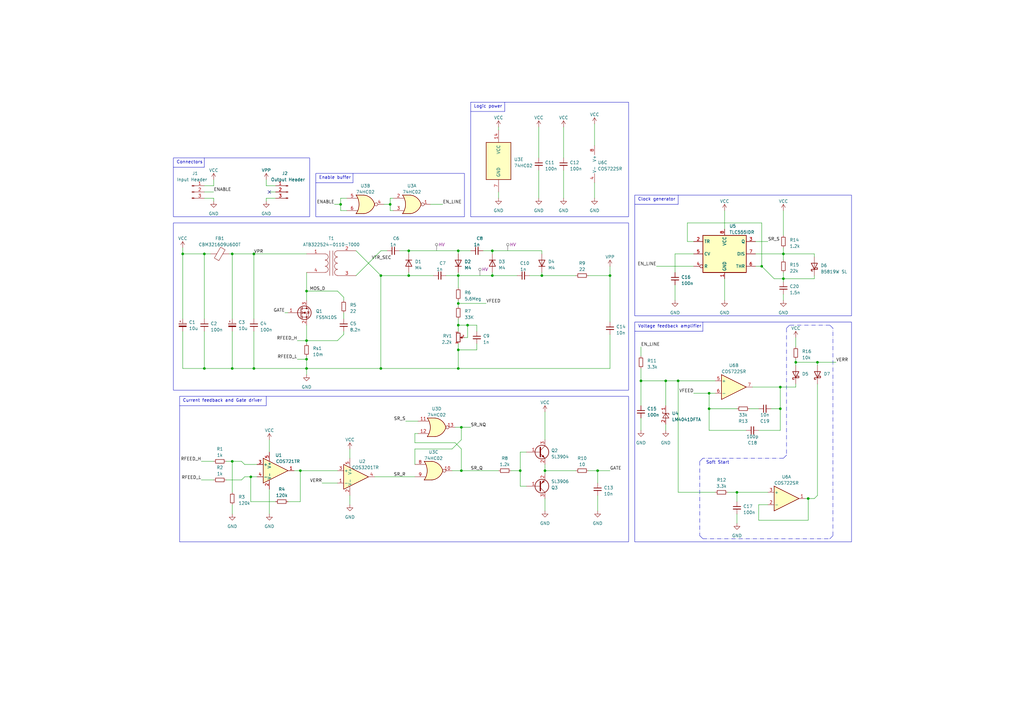
<source format=kicad_sch>
(kicad_sch (version 20230121) (generator eeschema)

  (uuid cbce1c9b-145a-4699-84cc-032e6740ebf0)

  (paper "A3")

  (title_block
    (title "170V Boost converter and controller")
    (rev "V1")
    (company "Alessandro Mauri")
  )

  

  (junction (at 335.28 148.59) (diameter 0) (color 0 0 0 0)
    (uuid 05e7d7ef-d3ff-4c82-95b9-b7b1e2fd50e7)
  )
  (junction (at 222.25 113.03) (diameter 0) (color 0 0 0 0)
    (uuid 0aaa9dbb-41c4-4219-ae69-b112f6a86571)
  )
  (junction (at 321.31 114.3) (diameter 0) (color 0 0 0 0)
    (uuid 10585718-050b-4a64-9f3f-f980a51ababb)
  )
  (junction (at 187.96 124.46) (diameter 0) (color 0 0 0 0)
    (uuid 20649430-1e00-4e94-b285-1f369bfe7146)
  )
  (junction (at 83.82 151.13) (diameter 0) (color 0 0 0 0)
    (uuid 2181eb68-139d-495f-9818-9c3ef9ca9531)
  )
  (junction (at 104.14 151.13) (diameter 0) (color 0 0 0 0)
    (uuid 27f888b8-a6f7-4f8a-a863-c8aa21dddf3e)
  )
  (junction (at 187.96 143.51) (diameter 0) (color 0 0 0 0)
    (uuid 2e9cb789-cde9-4078-8927-8e4a92557746)
  )
  (junction (at 290.83 167.64) (diameter 0) (color 0 0 0 0)
    (uuid 35b7aeef-5d18-4d21-8433-d0d8ed5d7845)
  )
  (junction (at 201.93 113.03) (diameter 0) (color 0 0 0 0)
    (uuid 361a9328-8a96-4c03-b9f2-2500c1e13ad2)
  )
  (junction (at 102.87 195.58) (diameter 0) (color 0 0 0 0)
    (uuid 3c7252d8-e5c0-4d81-a767-3123adf75f81)
  )
  (junction (at 187.96 151.13) (diameter 0) (color 0 0 0 0)
    (uuid 3de06667-26d6-46a3-a9a7-fc3c8a39a876)
  )
  (junction (at 331.47 204.47) (diameter 0) (color 0 0 0 0)
    (uuid 3f433c90-6fc7-4eb6-8ee6-0083828d81e8)
  )
  (junction (at 123.19 193.04) (diameter 0) (color 0 0 0 0)
    (uuid 41b28f68-4cb2-4d88-ad48-124dc4e00531)
  )
  (junction (at 156.21 151.13) (diameter 0) (color 0 0 0 0)
    (uuid 446da3d9-efcb-45e5-b834-7f61beb212d6)
  )
  (junction (at 95.25 189.23) (diameter 0) (color 0 0 0 0)
    (uuid 48fd5879-d73a-4d58-a27d-e9ba564676d2)
  )
  (junction (at 245.11 193.04) (diameter 0) (color 0 0 0 0)
    (uuid 49c35e0a-6950-4b1c-9db0-92c4f39c8811)
  )
  (junction (at 191.77 133.35) (diameter 0) (color 0 0 0 0)
    (uuid 4b2ba0b4-7732-4a15-88f2-9a851e8ff6d0)
  )
  (junction (at 250.19 113.03) (diameter 0) (color 0 0 0 0)
    (uuid 4f7252f4-14df-464a-867f-bf7f4746796d)
  )
  (junction (at 320.04 158.75) (diameter 0) (color 0 0 0 0)
    (uuid 51394fd0-3264-4f25-aa12-ac5dd5051fc0)
  )
  (junction (at 167.64 102.87) (diameter 0) (color 0 0 0 0)
    (uuid 5d34ba1a-56cb-476f-94c8-31c261ad09a0)
  )
  (junction (at 213.36 193.04) (diameter 0) (color 0 0 0 0)
    (uuid 5d7c4d2a-3a2d-445f-b45f-16a90051a842)
  )
  (junction (at 167.64 113.03) (diameter 0) (color 0 0 0 0)
    (uuid 5f3d4238-30a3-4c77-87cc-0edd8d7530a0)
  )
  (junction (at 104.14 104.14) (diameter 0) (color 0 0 0 0)
    (uuid 63f041bd-9efb-4506-89d8-c45f072938e9)
  )
  (junction (at 187.96 102.87) (diameter 0) (color 0 0 0 0)
    (uuid 64b35b99-6ef3-4d08-96d4-c2f2f9452c24)
  )
  (junction (at 125.73 151.13) (diameter 0) (color 0 0 0 0)
    (uuid 7450e237-3542-484e-a401-90d6ed0cfa24)
  )
  (junction (at 95.25 104.14) (diameter 0) (color 0 0 0 0)
    (uuid 752c2214-81d8-4bd7-95fe-318e9cc56131)
  )
  (junction (at 156.21 113.03) (diameter 0) (color 0 0 0 0)
    (uuid 8565dd7a-71ab-4a48-9a6f-17e035483375)
  )
  (junction (at 83.82 104.14) (diameter 0) (color 0 0 0 0)
    (uuid 87fe3f9a-74f6-4c69-8e3e-7cff88e3ec0e)
  )
  (junction (at 160.02 83.82) (diameter 0) (color 0 0 0 0)
    (uuid 8b828cb3-0a29-4b5b-a1fd-7a9aab2434a6)
  )
  (junction (at 187.96 113.03) (diameter 0) (color 0 0 0 0)
    (uuid 8cef1d04-c561-41b0-9641-11b43ed34667)
  )
  (junction (at 320.04 167.64) (diameter 0) (color 0 0 0 0)
    (uuid 91e3bdd1-4c5f-4246-8087-9adcf40ad407)
  )
  (junction (at 189.23 175.26) (diameter 0) (color 0 0 0 0)
    (uuid 9ed8efc2-717d-41b2-88b3-d727a352b300)
  )
  (junction (at 273.05 156.21) (diameter 0) (color 0 0 0 0)
    (uuid a2cda6aa-ce7d-4fe5-a219-ae329e5f739e)
  )
  (junction (at 189.23 193.04) (diameter 0) (color 0 0 0 0)
    (uuid a5fea039-c385-49b1-9abf-4f2c3ff4c849)
  )
  (junction (at 201.93 102.87) (diameter 0) (color 0 0 0 0)
    (uuid ab3fefa5-034a-46b3-a75e-028955529cdf)
  )
  (junction (at 326.39 148.59) (diameter 0) (color 0 0 0 0)
    (uuid bd8a268b-a041-4de5-8ad2-e02c212a9143)
  )
  (junction (at 125.73 147.32) (diameter 0) (color 0 0 0 0)
    (uuid bedd0b38-829e-4bea-8bb2-924df70f622a)
  )
  (junction (at 321.31 104.14) (diameter 0) (color 0 0 0 0)
    (uuid bf82d548-c56f-4790-a8ea-8aa48d0af590)
  )
  (junction (at 139.7 83.82) (diameter 0) (color 0 0 0 0)
    (uuid ca7741f4-451d-46b9-bbba-5814ea9781c8)
  )
  (junction (at 223.52 193.04) (diameter 0) (color 0 0 0 0)
    (uuid ca950303-0e30-4253-b242-d6c5e1b974e9)
  )
  (junction (at 74.93 104.14) (diameter 0) (color 0 0 0 0)
    (uuid d030cabf-a5ba-4963-adc7-858525385303)
  )
  (junction (at 95.25 151.13) (diameter 0) (color 0 0 0 0)
    (uuid d595b2ef-bccf-4d7c-bc72-d82087674376)
  )
  (junction (at 302.26 201.93) (diameter 0) (color 0 0 0 0)
    (uuid d8aa9260-8eb2-4b55-9e8b-711045d7fc4c)
  )
  (junction (at 262.89 156.21) (diameter 0) (color 0 0 0 0)
    (uuid db9fd39a-5cb4-4f72-84b4-cb9c1c251920)
  )
  (junction (at 290.83 161.29) (diameter 0) (color 0 0 0 0)
    (uuid dd891383-b55e-443d-b533-88569e3671ea)
  )
  (junction (at 187.96 133.35) (diameter 0) (color 0 0 0 0)
    (uuid e1617fd2-c844-49a0-b380-62ff52275dcd)
  )
  (junction (at 278.13 156.21) (diameter 0) (color 0 0 0 0)
    (uuid e4c81687-4498-4523-ba06-5b9afcd96b0e)
  )
  (junction (at 125.73 119.38) (diameter 0) (color 0 0 0 0)
    (uuid e4f336fa-9732-4bba-9e89-8ca39e856c51)
  )
  (junction (at 125.73 139.7) (diameter 0) (color 0 0 0 0)
    (uuid e87291da-ee9b-4258-beae-2dd05c4ee409)
  )
  (junction (at 312.42 109.22) (diameter 0) (color 0 0 0 0)
    (uuid ff71b40a-9674-48b2-b6bb-bf5857f8504d)
  )

  (no_connect (at 110.49 78.74) (uuid 78bbbfb7-ca68-41e2-b68d-166d6bed0f39))

  (wire (pts (xy 189.23 184.15) (xy 189.23 193.04))
    (stroke (width 0) (type default))
    (uuid 0116daf0-5ae0-487c-9bb4-b0f552da91cf)
  )
  (wire (pts (xy 92.71 189.23) (xy 95.25 189.23))
    (stroke (width 0) (type default))
    (uuid 029d30c4-19d2-49db-94b9-61b8a5c424bd)
  )
  (wire (pts (xy 139.7 83.82) (xy 139.7 86.36))
    (stroke (width 0) (type default))
    (uuid 04cd3a17-35ec-43fe-b624-e2a4d8f3b3e8)
  )
  (wire (pts (xy 74.93 104.14) (xy 74.93 130.81))
    (stroke (width 0) (type default))
    (uuid 0523a9a6-9760-4433-9490-9db5ea44377a)
  )
  (wire (pts (xy 309.88 109.22) (xy 312.42 109.22))
    (stroke (width 0) (type default))
    (uuid 0546260d-5e28-4b62-b2bd-4c05a80a9019)
  )
  (wire (pts (xy 140.97 137.16) (xy 138.43 139.7))
    (stroke (width 0) (type default))
    (uuid 059008a1-6aee-4c3f-b695-1e7a6c43459c)
  )
  (wire (pts (xy 273.05 156.21) (xy 273.05 166.37))
    (stroke (width 0) (type default))
    (uuid 06b88a68-cc3b-4266-a3d9-2ea372e7e58d)
  )
  (wire (pts (xy 191.77 133.35) (xy 191.77 138.43))
    (stroke (width 0) (type default))
    (uuid 07cce6de-5d8b-4fcd-9375-d7c8445ab389)
  )
  (wire (pts (xy 187.96 102.87) (xy 187.96 104.14))
    (stroke (width 0) (type default))
    (uuid 07d0c83b-d465-4260-af0d-9562fcc7ea54)
  )
  (polyline (pts (xy 287.02 219.71) (xy 288.29 220.98))
    (stroke (width 0) (type dash_dot))
    (uuid 0aa8aaea-51fc-4ac0-9c7b-15788f800b12)
  )

  (wire (pts (xy 170.18 184.15) (xy 185.42 184.15))
    (stroke (width 0) (type default))
    (uuid 0ad95cde-65e6-4e14-81a7-16780057154f)
  )
  (wire (pts (xy 132.08 198.12) (xy 138.43 198.12))
    (stroke (width 0) (type default))
    (uuid 0c3f23cb-6f7e-4585-af67-e252b7c1627d)
  )
  (wire (pts (xy 92.71 196.85) (xy 99.06 196.85))
    (stroke (width 0) (type default))
    (uuid 0cb45fac-a2c4-4b4f-9d9b-58849e00dbc9)
  )
  (wire (pts (xy 326.39 147.32) (xy 326.39 148.59))
    (stroke (width 0) (type default))
    (uuid 0d6a0d43-0047-4710-ba15-8d907f290897)
  )
  (wire (pts (xy 290.83 176.53) (xy 306.07 176.53))
    (stroke (width 0) (type default))
    (uuid 0ded2909-bf29-4026-857e-ea158000a96a)
  )
  (wire (pts (xy 125.73 146.05) (xy 125.73 147.32))
    (stroke (width 0) (type default))
    (uuid 0fe09758-33d1-4565-86f5-616694ebfcb3)
  )
  (polyline (pts (xy 340.36 220.98) (xy 341.63 219.71))
    (stroke (width 0) (type dash_dot))
    (uuid 10c592a9-c317-4ffd-a369-e15b603c2f8d)
  )

  (wire (pts (xy 241.3 113.03) (xy 250.19 113.03))
    (stroke (width 0) (type default))
    (uuid 11134033-96bb-4b28-8df1-9c7ec1f76c7b)
  )
  (wire (pts (xy 156.21 113.03) (xy 167.64 113.03))
    (stroke (width 0) (type default))
    (uuid 114b4a40-17c1-42a3-b10e-c3e42d50915f)
  )
  (wire (pts (xy 93.98 104.14) (xy 95.25 104.14))
    (stroke (width 0) (type default))
    (uuid 11618ab3-0776-422e-8e53-a082be85b8bd)
  )
  (wire (pts (xy 185.42 193.04) (xy 189.23 193.04))
    (stroke (width 0) (type default))
    (uuid 11978129-f97f-4579-92fc-6ecae7caeb0d)
  )
  (wire (pts (xy 167.64 113.03) (xy 177.8 113.03))
    (stroke (width 0) (type default))
    (uuid 1236f8bc-1321-44da-988f-3eb1e9fd1d8e)
  )
  (wire (pts (xy 187.96 143.51) (xy 195.58 143.51))
    (stroke (width 0) (type default))
    (uuid 12bc9f8b-44dd-4e02-993e-e38727921858)
  )
  (wire (pts (xy 110.49 78.74) (xy 113.03 78.74))
    (stroke (width 0) (type default))
    (uuid 13a5eaea-0762-40ef-b42d-213d4fb67283)
  )
  (wire (pts (xy 187.96 140.97) (xy 187.96 143.51))
    (stroke (width 0) (type default))
    (uuid 13f75b46-4163-47ad-a90e-f3f148a64483)
  )
  (wire (pts (xy 125.73 119.38) (xy 125.73 123.19))
    (stroke (width 0) (type default))
    (uuid 148cc764-d17c-4b63-834d-ab40c327dd8e)
  )
  (wire (pts (xy 125.73 151.13) (xy 125.73 153.67))
    (stroke (width 0) (type default))
    (uuid 1653827a-1132-42b1-be9f-0482b3fe7541)
  )
  (wire (pts (xy 140.97 121.92) (xy 138.43 119.38))
    (stroke (width 0) (type default))
    (uuid 16f878cd-68b5-45fd-9e23-aa697ad549e0)
  )
  (wire (pts (xy 157.48 83.82) (xy 160.02 83.82))
    (stroke (width 0) (type default))
    (uuid 17bbb85c-4d62-419e-8587-5184a2eacb3e)
  )
  (wire (pts (xy 95.25 207.01) (xy 95.25 210.82))
    (stroke (width 0) (type default))
    (uuid 180881a4-44c6-4792-b00a-8cc125de0b2e)
  )
  (wire (pts (xy 331.47 204.47) (xy 334.01 204.47))
    (stroke (width 0) (type default))
    (uuid 18dcd814-b713-4907-91fe-6075d789d0bb)
  )
  (wire (pts (xy 187.96 124.46) (xy 187.96 125.73))
    (stroke (width 0) (type default))
    (uuid 1b1c2b6a-c614-44f1-9c1c-7566901bcbf2)
  )
  (polyline (pts (xy 323.85 133.35) (xy 322.58 134.62))
    (stroke (width 0) (type dash_dot))
    (uuid 1b4f8558-ffed-4834-aabc-6128bc1ff631)
  )

  (wire (pts (xy 189.23 175.26) (xy 189.23 180.34))
    (stroke (width 0) (type default))
    (uuid 1b5dfe4c-25dd-477f-8bb8-3b572a928085)
  )
  (wire (pts (xy 146.05 102.87) (xy 156.21 113.03))
    (stroke (width 0) (type default))
    (uuid 1d7c7f4e-5486-4a19-b25a-70bb36be51e3)
  )
  (polyline (pts (xy 322.58 134.62) (xy 322.58 186.69))
    (stroke (width 0) (type dash_dot))
    (uuid 1dac0dd4-cc3f-47c3-bfc4-dcaaf515b961)
  )
  (polyline (pts (xy 341.63 219.71) (xy 341.63 134.62))
    (stroke (width 0) (type dash_dot))
    (uuid 1fc58c0d-8b7e-408c-b537-38ba98dc34e8)
  )
  (polyline (pts (xy 73.66 166.37) (xy 109.22 166.37))
    (stroke (width 0) (type default))
    (uuid 22a94817-e476-47d8-b824-12ffffd61574)
  )

  (wire (pts (xy 95.25 189.23) (xy 95.25 201.93))
    (stroke (width 0) (type default))
    (uuid 240258d7-8ff0-4b91-b80f-0177e8175b25)
  )
  (wire (pts (xy 123.19 193.04) (xy 138.43 193.04))
    (stroke (width 0) (type default))
    (uuid 24b1edf6-75ff-4d48-8225-050183435429)
  )
  (wire (pts (xy 186.69 175.26) (xy 189.23 175.26))
    (stroke (width 0) (type default))
    (uuid 24d0f39a-f271-4e1c-82ee-c64fa35041d9)
  )
  (wire (pts (xy 187.96 113.03) (xy 201.93 113.03))
    (stroke (width 0) (type default))
    (uuid 259fb412-9472-49e6-9659-158a12bdf00c)
  )
  (wire (pts (xy 156.21 151.13) (xy 187.96 151.13))
    (stroke (width 0) (type default))
    (uuid 2aacb643-24ba-4ea8-98fd-db3afc18239a)
  )
  (wire (pts (xy 109.22 81.28) (xy 113.03 81.28))
    (stroke (width 0) (type default))
    (uuid 2b5bd6e1-8549-4af2-8aae-90de48e3e8b0)
  )
  (wire (pts (xy 190.5 138.43) (xy 191.77 138.43))
    (stroke (width 0) (type default))
    (uuid 2b85d2a6-08a7-450b-9b0b-62556a4db3e1)
  )
  (wire (pts (xy 83.82 104.14) (xy 86.36 104.14))
    (stroke (width 0) (type default))
    (uuid 2c8cf957-4f74-43bb-8183-63c127ac34a2)
  )
  (wire (pts (xy 125.73 139.7) (xy 138.43 139.7))
    (stroke (width 0) (type default))
    (uuid 2d58286d-582b-49c1-8a2f-f15e748d074b)
  )
  (wire (pts (xy 243.84 50.8) (xy 243.84 59.69))
    (stroke (width 0) (type default))
    (uuid 2dec5d8b-a214-4b57-8337-261a4a0e2bcb)
  )
  (wire (pts (xy 320.04 158.75) (xy 326.39 158.75))
    (stroke (width 0) (type default))
    (uuid 2f3e1ba0-6426-404e-a702-36b79b2e4cfd)
  )
  (wire (pts (xy 95.25 104.14) (xy 95.25 130.81))
    (stroke (width 0) (type default))
    (uuid 317de16a-fbfa-48f1-86e3-11801cd44095)
  )
  (wire (pts (xy 102.87 195.58) (xy 102.87 205.74))
    (stroke (width 0) (type default))
    (uuid 32b2e9eb-dc25-4f96-ba9e-144ea9e71ba9)
  )
  (wire (pts (xy 102.87 205.74) (xy 113.03 205.74))
    (stroke (width 0) (type default))
    (uuid 35426e01-d3d4-4f94-aa27-6dfb3d8ee661)
  )
  (wire (pts (xy 83.82 151.13) (xy 95.25 151.13))
    (stroke (width 0) (type default))
    (uuid 36b59985-bd32-4696-acc2-3fdfcec0b6a0)
  )
  (wire (pts (xy 104.14 104.14) (xy 104.14 130.81))
    (stroke (width 0) (type default))
    (uuid 36f209b2-f25c-4850-8cf0-0a3108451c17)
  )
  (wire (pts (xy 74.93 101.6) (xy 74.93 104.14))
    (stroke (width 0) (type default))
    (uuid 370d0da6-7c7c-4cc8-9c89-1ec4079e1945)
  )
  (wire (pts (xy 74.93 135.89) (xy 74.93 151.13))
    (stroke (width 0) (type default))
    (uuid 38fc6213-775e-4097-b70f-fb43e1c2eb70)
  )
  (wire (pts (xy 95.25 151.13) (xy 104.14 151.13))
    (stroke (width 0) (type default))
    (uuid 39d96483-185a-4ac9-8ee6-211ef0558c0b)
  )
  (wire (pts (xy 87.63 81.28) (xy 87.63 82.55))
    (stroke (width 0) (type default))
    (uuid 3aec9869-d135-4a45-895c-8c361cbcc68e)
  )
  (wire (pts (xy 95.25 104.14) (xy 104.14 104.14))
    (stroke (width 0) (type default))
    (uuid 3ba0907d-5215-40b6-9c7f-feb2c78d2956)
  )
  (wire (pts (xy 167.64 102.87) (xy 187.96 102.87))
    (stroke (width 0) (type default))
    (uuid 3c1c91a2-9b3d-4dd9-8f40-431bfef7c171)
  )
  (wire (pts (xy 187.96 133.35) (xy 187.96 135.89))
    (stroke (width 0) (type default))
    (uuid 3c6a54c5-e45f-4dce-ba58-12a5e36ec899)
  )
  (wire (pts (xy 217.17 113.03) (xy 222.25 113.03))
    (stroke (width 0) (type default))
    (uuid 3ce797c6-6d59-40ed-90c2-b0cdc7843150)
  )
  (wire (pts (xy 302.26 201.93) (xy 302.26 205.74))
    (stroke (width 0) (type default))
    (uuid 3e801497-4719-481c-ade8-06f4a4f756c8)
  )
  (wire (pts (xy 321.31 114.3) (xy 334.01 114.3))
    (stroke (width 0) (type default))
    (uuid 3e9d3980-df58-48c3-898e-18189365574c)
  )
  (wire (pts (xy 125.73 111.76) (xy 125.73 119.38))
    (stroke (width 0) (type default))
    (uuid 3f6b02a8-c747-4473-b23c-374fc846daec)
  )
  (polyline (pts (xy 71.12 68.58) (xy 83.82 68.58))
    (stroke (width 0) (type default))
    (uuid 41062b12-b46b-4955-b9eb-f048e2454191)
  )

  (wire (pts (xy 326.39 158.75) (xy 326.39 157.48))
    (stroke (width 0) (type default))
    (uuid 412dc3ad-a65c-4b21-b4ee-aee881d4b377)
  )
  (wire (pts (xy 231.14 69.85) (xy 231.14 81.28))
    (stroke (width 0) (type default))
    (uuid 424845c2-c144-486f-944b-d11958b06609)
  )
  (wire (pts (xy 143.51 203.2) (xy 143.51 207.01))
    (stroke (width 0) (type default))
    (uuid 428d6fba-79f3-4e01-a6e2-bd65e798cb4d)
  )
  (wire (pts (xy 195.58 133.35) (xy 195.58 135.89))
    (stroke (width 0) (type default))
    (uuid 437084c6-869b-405f-be58-f7d4ad1d5ed5)
  )
  (wire (pts (xy 320.04 158.75) (xy 320.04 167.64))
    (stroke (width 0) (type default))
    (uuid 460597f8-0978-46d5-91fa-96d82ad4d837)
  )
  (wire (pts (xy 278.13 156.21) (xy 278.13 201.93))
    (stroke (width 0) (type default))
    (uuid 4655cf7f-3543-4ed1-8345-4d42bad3325e)
  )
  (wire (pts (xy 284.48 161.29) (xy 290.83 161.29))
    (stroke (width 0) (type default))
    (uuid 47117b89-1713-4a28-9781-2169736b56e6)
  )
  (wire (pts (xy 281.94 91.44) (xy 281.94 99.06))
    (stroke (width 0) (type default))
    (uuid 47bf9120-edca-4953-b776-2032447e4f4f)
  )
  (wire (pts (xy 116.84 128.27) (xy 118.11 128.27))
    (stroke (width 0) (type default))
    (uuid 48b9c60d-cd8f-4240-9351-9da8da86d867)
  )
  (wire (pts (xy 160.02 81.28) (xy 160.02 83.82))
    (stroke (width 0) (type default))
    (uuid 48e26f6a-88a5-4705-ad6e-ef19cca093b7)
  )
  (polyline (pts (xy 322.58 186.69) (xy 321.31 187.96))
    (stroke (width 0) (type dash_dot))
    (uuid 49762f6f-d9a8-4346-b1a6-62bcee5ff5da)
  )

  (wire (pts (xy 262.89 156.21) (xy 262.89 166.37))
    (stroke (width 0) (type default))
    (uuid 4a078500-bb9a-45dd-ab74-840667a2630d)
  )
  (wire (pts (xy 99.06 196.85) (xy 100.33 195.58))
    (stroke (width 0) (type default))
    (uuid 4e362d86-ebd8-44f2-a941-ee81112a437e)
  )
  (polyline (pts (xy 144.78 71.12) (xy 144.78 74.93))
    (stroke (width 0) (type default))
    (uuid 4ee23ccf-d840-461b-982d-68ca31279093)
  )

  (wire (pts (xy 167.64 102.87) (xy 167.64 104.14))
    (stroke (width 0) (type default))
    (uuid 4ee770bc-7312-4f18-aa2f-8da8bb3b3587)
  )
  (wire (pts (xy 220.98 52.07) (xy 220.98 64.77))
    (stroke (width 0) (type default))
    (uuid 4efc5cfd-f9b7-433c-8c85-58342a0e6e1c)
  )
  (wire (pts (xy 309.88 104.14) (xy 321.31 104.14))
    (stroke (width 0) (type default))
    (uuid 4f0492aa-d354-4a2f-957a-b0c16661933b)
  )
  (polyline (pts (xy 109.22 162.56) (xy 109.22 166.37))
    (stroke (width 0) (type default))
    (uuid 4f4aa186-90c6-4f6c-8f26-badd20d091a9)
  )

  (wire (pts (xy 121.92 139.7) (xy 125.73 139.7))
    (stroke (width 0) (type default))
    (uuid 50b82c17-e83d-4419-b7ef-7a9b9aa3fdd3)
  )
  (wire (pts (xy 204.47 52.07) (xy 204.47 53.34))
    (stroke (width 0) (type default))
    (uuid 50cd578b-2036-4880-b613-af1075a8cde1)
  )
  (wire (pts (xy 120.65 193.04) (xy 123.19 193.04))
    (stroke (width 0) (type default))
    (uuid 5151bba6-b64a-4612-8af3-3310311fc467)
  )
  (wire (pts (xy 317.5 114.3) (xy 321.31 114.3))
    (stroke (width 0) (type default))
    (uuid 5266b4eb-34e6-4cf9-bb39-b0a6727956ee)
  )
  (wire (pts (xy 278.13 156.21) (xy 293.37 156.21))
    (stroke (width 0) (type default))
    (uuid 5375a4da-8b77-499f-b340-cbcb72768492)
  )
  (wire (pts (xy 187.96 130.81) (xy 187.96 133.35))
    (stroke (width 0) (type default))
    (uuid 55030f98-e02c-4d39-bf63-7c5760d0a68b)
  )
  (wire (pts (xy 222.25 111.76) (xy 222.25 113.03))
    (stroke (width 0) (type default))
    (uuid 55413978-7918-46e9-b3ea-fe6f8594e830)
  )
  (wire (pts (xy 262.89 142.24) (xy 262.89 146.05))
    (stroke (width 0) (type default))
    (uuid 55df151d-23b1-4146-a716-ac53d415bc0f)
  )
  (wire (pts (xy 139.7 81.28) (xy 139.7 83.82))
    (stroke (width 0) (type default))
    (uuid 568defdf-2232-4be5-afc8-cf5e5b42c6ab)
  )
  (wire (pts (xy 187.96 102.87) (xy 193.04 102.87))
    (stroke (width 0) (type default))
    (uuid 57991b58-72b3-4eb2-bbf5-2466f4875c01)
  )
  (wire (pts (xy 278.13 201.93) (xy 293.37 201.93))
    (stroke (width 0) (type default))
    (uuid 57a25f6f-6c8f-4e50-b7ff-4ef20ca11ec5)
  )
  (polyline (pts (xy 83.82 64.77) (xy 83.82 68.58))
    (stroke (width 0) (type default))
    (uuid 57b11b2e-f075-4afd-92af-d4263ef019b0)
  )

  (wire (pts (xy 125.73 119.38) (xy 138.43 119.38))
    (stroke (width 0) (type default))
    (uuid 5880a721-586a-4e82-a14e-cc7751e6ad60)
  )
  (wire (pts (xy 321.31 101.6) (xy 321.31 104.14))
    (stroke (width 0) (type default))
    (uuid 591600ea-a007-4d6b-b115-08a50c84d794)
  )
  (polyline (pts (xy 260.35 83.82) (xy 278.13 83.82))
    (stroke (width 0) (type default))
    (uuid 5a035c1a-d949-4076-8323-d60668843d95)
  )

  (wire (pts (xy 82.55 189.23) (xy 87.63 189.23))
    (stroke (width 0) (type default))
    (uuid 5c4f449d-a203-4cde-a34c-92146cfb0ea8)
  )
  (wire (pts (xy 121.92 147.32) (xy 125.73 147.32))
    (stroke (width 0) (type default))
    (uuid 608a5d5c-655c-49e0-be80-43a96642975b)
  )
  (wire (pts (xy 95.25 135.89) (xy 95.25 151.13))
    (stroke (width 0) (type default))
    (uuid 60fa5496-94d3-45ba-9107-7a8062464098)
  )
  (wire (pts (xy 222.25 102.87) (xy 222.25 104.14))
    (stroke (width 0) (type default))
    (uuid 6121b43d-bae3-4628-bc94-663c45d194e3)
  )
  (wire (pts (xy 82.55 196.85) (xy 87.63 196.85))
    (stroke (width 0) (type default))
    (uuid 61ae674b-df63-4062-a6c0-bd0872701c30)
  )
  (wire (pts (xy 321.31 104.14) (xy 321.31 106.68))
    (stroke (width 0) (type default))
    (uuid 655f1ba9-e3dc-4553-b6b8-4048c387926d)
  )
  (wire (pts (xy 223.52 190.5) (xy 223.52 193.04))
    (stroke (width 0) (type default))
    (uuid 656efe0e-aae8-4694-9dcf-fb25c0a10b7b)
  )
  (wire (pts (xy 201.93 111.76) (xy 201.93 113.03))
    (stroke (width 0) (type default))
    (uuid 662fb48d-9f3a-4f82-8a77-65bf63091b9a)
  )
  (wire (pts (xy 311.15 207.01) (xy 311.15 213.36))
    (stroke (width 0) (type default))
    (uuid 6a8fbae5-365a-4416-871a-74d01b4d246a)
  )
  (wire (pts (xy 201.93 113.03) (xy 212.09 113.03))
    (stroke (width 0) (type default))
    (uuid 6b38e574-e036-4df1-808b-4e4e90a45dbe)
  )
  (wire (pts (xy 213.36 185.42) (xy 215.9 185.42))
    (stroke (width 0) (type default))
    (uuid 6b537cea-10d5-441f-9bad-8aab7a184d6b)
  )
  (wire (pts (xy 143.51 184.15) (xy 143.51 187.96))
    (stroke (width 0) (type default))
    (uuid 6b6251aa-8087-407d-80f6-fb9fcdae1f81)
  )
  (wire (pts (xy 161.29 81.28) (xy 160.02 81.28))
    (stroke (width 0) (type default))
    (uuid 6c725bcc-f7dc-447d-becf-d4e430f9bcdc)
  )
  (wire (pts (xy 320.04 176.53) (xy 320.04 167.64))
    (stroke (width 0) (type default))
    (uuid 70d999ed-ec10-47e2-9db2-eb3c39553d7f)
  )
  (wire (pts (xy 321.31 86.36) (xy 321.31 96.52))
    (stroke (width 0) (type default))
    (uuid 7353ebd9-f067-4aaf-bf5c-f7a19f4979b1)
  )
  (wire (pts (xy 312.42 109.22) (xy 317.5 114.3))
    (stroke (width 0) (type default))
    (uuid 76d93c65-f65c-467f-a209-f9718549da14)
  )
  (polyline (pts (xy 341.63 134.62) (xy 340.36 133.35))
    (stroke (width 0) (type dash_dot))
    (uuid 77a200de-859f-486f-a01f-808861bb8c98)
  )

  (wire (pts (xy 187.96 151.13) (xy 250.19 151.13))
    (stroke (width 0) (type default))
    (uuid 79b06e89-8c2c-41d7-be50-e4f80fc868c9)
  )
  (wire (pts (xy 74.93 151.13) (xy 83.82 151.13))
    (stroke (width 0) (type default))
    (uuid 7a3f6ed0-51cf-4a50-a7f2-ba7016149cf1)
  )
  (wire (pts (xy 297.18 86.36) (xy 297.18 93.98))
    (stroke (width 0) (type default))
    (uuid 7aa64d97-9325-4867-9021-4aa1cef5c146)
  )
  (wire (pts (xy 198.12 102.87) (xy 201.93 102.87))
    (stroke (width 0) (type default))
    (uuid 7ba3fc87-37df-47f5-be9e-331094b0e555)
  )
  (wire (pts (xy 160.02 86.36) (xy 161.29 86.36))
    (stroke (width 0) (type default))
    (uuid 7be9afe0-e7c7-4cde-a701-f3515e865f87)
  )
  (wire (pts (xy 330.2 204.47) (xy 331.47 204.47))
    (stroke (width 0) (type default))
    (uuid 7c819137-f2d0-44a8-b3c4-c93ee21c2b4c)
  )
  (wire (pts (xy 334.01 104.14) (xy 334.01 105.41))
    (stroke (width 0) (type default))
    (uuid 7c86ebd4-ee79-4b7c-aa7f-3240e97691d7)
  )
  (wire (pts (xy 182.88 113.03) (xy 187.96 113.03))
    (stroke (width 0) (type default))
    (uuid 7e4e3a82-f188-47a4-9c4d-a0dedfac9a78)
  )
  (wire (pts (xy 326.39 138.43) (xy 326.39 142.24))
    (stroke (width 0) (type default))
    (uuid 7fb6ed98-2d46-454a-a868-efe4d1d36c9d)
  )
  (wire (pts (xy 100.33 190.5) (xy 105.41 190.5))
    (stroke (width 0) (type default))
    (uuid 7fdeeab5-4df9-4449-89e3-204426839230)
  )
  (wire (pts (xy 87.63 73.66) (xy 87.63 76.2))
    (stroke (width 0) (type default))
    (uuid 82096a7c-a616-4e5d-a56b-f3c8a9e99c2e)
  )
  (wire (pts (xy 326.39 148.59) (xy 326.39 149.86))
    (stroke (width 0) (type default))
    (uuid 82369518-29a4-425a-b19b-e2fccde0b9bc)
  )
  (wire (pts (xy 110.49 200.66) (xy 110.49 210.82))
    (stroke (width 0) (type default))
    (uuid 83ac3fa6-f487-4cfd-ac26-e260e8561a8f)
  )
  (wire (pts (xy 187.96 111.76) (xy 187.96 113.03))
    (stroke (width 0) (type default))
    (uuid 84166364-529d-464b-b84b-3c6db2df2b98)
  )
  (wire (pts (xy 262.89 151.13) (xy 262.89 156.21))
    (stroke (width 0) (type default))
    (uuid 8454cb43-4e06-4c44-a34d-09885e20a869)
  )
  (wire (pts (xy 311.15 213.36) (xy 331.47 213.36))
    (stroke (width 0) (type default))
    (uuid 84f19c2e-acd2-4298-bd7d-3b4ad9ac2536)
  )
  (wire (pts (xy 74.93 104.14) (xy 83.82 104.14))
    (stroke (width 0) (type default))
    (uuid 85d20927-3059-40fb-8b91-afa1fd50fb47)
  )
  (wire (pts (xy 222.25 113.03) (xy 236.22 113.03))
    (stroke (width 0) (type default))
    (uuid 862c860b-d3fe-43a2-b809-e3b00da71a52)
  )
  (wire (pts (xy 187.96 143.51) (xy 187.96 151.13))
    (stroke (width 0) (type default))
    (uuid 86de7966-3d9d-41ee-9e71-1f73b38cb5fb)
  )
  (wire (pts (xy 204.47 78.74) (xy 204.47 81.28))
    (stroke (width 0) (type default))
    (uuid 88608f3d-f759-4746-b90f-bbe9bde7ae36)
  )
  (wire (pts (xy 290.83 167.64) (xy 302.26 167.64))
    (stroke (width 0) (type default))
    (uuid 891c50b1-af13-41bd-8406-7af164d8a6ee)
  )
  (wire (pts (xy 125.73 151.13) (xy 156.21 151.13))
    (stroke (width 0) (type default))
    (uuid 8a2844dc-d439-48ff-801c-cae4975734e1)
  )
  (wire (pts (xy 176.53 83.82) (xy 181.61 83.82))
    (stroke (width 0) (type default))
    (uuid 8c3f882a-511d-45d3-a2ee-2dbf4c1f1ad3)
  )
  (wire (pts (xy 276.86 104.14) (xy 284.48 104.14))
    (stroke (width 0) (type default))
    (uuid 8cbfa957-862e-48a1-b82e-3c4163ea1f6c)
  )
  (wire (pts (xy 223.52 193.04) (xy 236.22 193.04))
    (stroke (width 0) (type default))
    (uuid 8ce4890c-98ad-4f5a-848c-271ac1e707a2)
  )
  (wire (pts (xy 104.14 135.89) (xy 104.14 151.13))
    (stroke (width 0) (type default))
    (uuid 8d9aca6d-44d8-48fd-bb19-633f3faae9a0)
  )
  (wire (pts (xy 209.55 193.04) (xy 213.36 193.04))
    (stroke (width 0) (type default))
    (uuid 8e18a61f-2640-451a-9751-e1ba7cd4b848)
  )
  (wire (pts (xy 302.26 210.82) (xy 302.26 214.63))
    (stroke (width 0) (type default))
    (uuid 8e8eb6f6-6dd9-44fb-a908-707a86ce2a45)
  )
  (wire (pts (xy 250.19 113.03) (xy 250.19 132.08))
    (stroke (width 0) (type default))
    (uuid 8eebb118-5811-4bd9-bf74-6432c1126b0f)
  )
  (wire (pts (xy 308.61 158.75) (xy 320.04 158.75))
    (stroke (width 0) (type default))
    (uuid 8eff4edd-bf72-4e1e-b3d5-a43254d94cf8)
  )
  (wire (pts (xy 109.22 81.28) (xy 109.22 82.55))
    (stroke (width 0) (type default))
    (uuid 8f3503d3-b43a-4ad0-afbc-4dcc49ceb7a4)
  )
  (wire (pts (xy 269.24 109.22) (xy 284.48 109.22))
    (stroke (width 0) (type default))
    (uuid 8f7c944e-4ddd-4152-9c34-efdbed485f5c)
  )
  (wire (pts (xy 326.39 148.59) (xy 335.28 148.59))
    (stroke (width 0) (type default))
    (uuid 904d9f1b-b210-47cd-8f69-f96637537715)
  )
  (wire (pts (xy 109.22 73.66) (xy 109.22 76.2))
    (stroke (width 0) (type default))
    (uuid 91b4f5a0-d198-47d5-8083-09b76efc29aa)
  )
  (wire (pts (xy 302.26 201.93) (xy 314.96 201.93))
    (stroke (width 0) (type default))
    (uuid 93a116d7-c7b0-491d-953e-c6ef1f5b2f5e)
  )
  (wire (pts (xy 321.31 120.65) (xy 321.31 123.19))
    (stroke (width 0) (type default))
    (uuid 956e40d3-ab85-41f9-a52c-05c09848433f)
  )
  (wire (pts (xy 298.45 201.93) (xy 302.26 201.93))
    (stroke (width 0) (type default))
    (uuid 960f2056-974c-4211-b52f-a70422d603a6)
  )
  (wire (pts (xy 125.73 133.35) (xy 125.73 139.7))
    (stroke (width 0) (type default))
    (uuid 96d2eb72-ddfe-4a8b-a73f-ced9782e0373)
  )
  (wire (pts (xy 311.15 176.53) (xy 320.04 176.53))
    (stroke (width 0) (type default))
    (uuid 98d376d6-cb93-47ad-96fc-c045a0837405)
  )
  (wire (pts (xy 297.18 114.3) (xy 297.18 123.19))
    (stroke (width 0) (type default))
    (uuid 99ac82c2-316d-44f6-b039-13725946e5d4)
  )
  (wire (pts (xy 118.11 205.74) (xy 123.19 205.74))
    (stroke (width 0) (type default))
    (uuid 9c146bbf-bec0-4840-9460-7d7738ff1751)
  )
  (wire (pts (xy 187.96 113.03) (xy 187.96 118.11))
    (stroke (width 0) (type default))
    (uuid 9fb26078-0471-4fce-a1fc-60a88973f16a)
  )
  (wire (pts (xy 223.52 168.91) (xy 223.52 180.34))
    (stroke (width 0) (type default))
    (uuid a4989d8e-5b08-486a-b137-ade0a598e5eb)
  )
  (wire (pts (xy 83.82 104.14) (xy 83.82 130.81))
    (stroke (width 0) (type default))
    (uuid a4d24d05-9c50-49f7-8e80-e77b081d75c9)
  )
  (wire (pts (xy 170.18 184.15) (xy 170.18 190.5))
    (stroke (width 0) (type default))
    (uuid a955446a-b583-4dca-8c82-5909788e9049)
  )
  (wire (pts (xy 335.28 203.2) (xy 334.01 204.47))
    (stroke (width 0) (type default))
    (uuid a9b8c486-d1d6-4827-b7a4-2e7d5cac5abf)
  )
  (wire (pts (xy 276.86 116.84) (xy 276.86 123.19))
    (stroke (width 0) (type default))
    (uuid aae722f3-28c2-4789-8374-d46f8648abe4)
  )
  (wire (pts (xy 167.64 111.76) (xy 167.64 113.03))
    (stroke (width 0) (type default))
    (uuid ad55d248-a1a5-4d44-936b-7f9ac8162f80)
  )
  (wire (pts (xy 335.28 157.48) (xy 335.28 203.2))
    (stroke (width 0) (type default))
    (uuid ae3ccf0c-2e35-4324-b060-e55bd48f5d5e)
  )
  (wire (pts (xy 316.23 167.64) (xy 320.04 167.64))
    (stroke (width 0) (type default))
    (uuid af40ce15-9533-48bf-b21a-c7ef944b3d3c)
  )
  (wire (pts (xy 262.89 171.45) (xy 262.89 176.53))
    (stroke (width 0) (type default))
    (uuid b03a0086-2d71-40b4-883f-30b7ce79b766)
  )
  (wire (pts (xy 140.97 121.92) (xy 140.97 123.19))
    (stroke (width 0) (type default))
    (uuid b076ad0e-35f3-4e5e-9fe7-2a948d19aa62)
  )
  (polyline (pts (xy 287.02 189.23) (xy 287.02 219.71))
    (stroke (width 0) (type dash_dot))
    (uuid b0987e6f-35e4-42a1-b30f-baa6ac448f59)
  )

  (wire (pts (xy 290.83 161.29) (xy 293.37 161.29))
    (stroke (width 0) (type default))
    (uuid b0e4d692-b241-48eb-80ef-8b21075893fd)
  )
  (wire (pts (xy 189.23 180.34) (xy 185.42 184.15))
    (stroke (width 0) (type default))
    (uuid b1abee25-4c36-4e8a-b3c1-9add8be79421)
  )
  (polyline (pts (xy 193.04 45.72) (xy 207.01 45.72))
    (stroke (width 0) (type default))
    (uuid b1b3a974-aaaf-43fd-8bcf-15bd175141c0)
  )

  (wire (pts (xy 125.73 139.7) (xy 125.73 140.97))
    (stroke (width 0) (type default))
    (uuid b2918ebf-bde9-489a-8ecb-5663534790a1)
  )
  (wire (pts (xy 95.25 189.23) (xy 99.06 189.23))
    (stroke (width 0) (type default))
    (uuid b37fff30-11ca-4809-927f-c136323ff1b9)
  )
  (wire (pts (xy 290.83 176.53) (xy 290.83 167.64))
    (stroke (width 0) (type default))
    (uuid b41c23d5-0fee-4b46-aee9-b5ca7c1ad555)
  )
  (wire (pts (xy 312.42 91.44) (xy 312.42 109.22))
    (stroke (width 0) (type default))
    (uuid b51c4892-2cd4-4362-992a-3dffa055bf92)
  )
  (wire (pts (xy 321.31 104.14) (xy 334.01 104.14))
    (stroke (width 0) (type default))
    (uuid b53f6f92-cc6a-4b86-9a1a-cfadde1411e9)
  )
  (wire (pts (xy 83.82 78.74) (xy 87.63 78.74))
    (stroke (width 0) (type default))
    (uuid b57dcc02-8a7b-4061-ac94-a6744b6f4400)
  )
  (wire (pts (xy 170.18 177.8) (xy 170.18 181.61))
    (stroke (width 0) (type default))
    (uuid b5acaa5b-75f9-4558-9be8-d20a4b0015c9)
  )
  (wire (pts (xy 146.05 113.03) (xy 156.21 102.87))
    (stroke (width 0) (type default))
    (uuid b84eef69-0116-486c-a3f0-1255f8d56077)
  )
  (polyline (pts (xy 288.29 187.96) (xy 287.02 189.23))
    (stroke (width 0) (type dash_dot))
    (uuid b9608926-ebe6-49f0-806a-d5d82fce992e)
  )

  (wire (pts (xy 273.05 173.99) (xy 273.05 176.53))
    (stroke (width 0) (type default))
    (uuid bdc3d212-ccf8-4d3c-a409-dc9077c7f280)
  )
  (wire (pts (xy 187.96 124.46) (xy 199.39 124.46))
    (stroke (width 0) (type default))
    (uuid bec3bf59-9ee3-4f20-95c8-ffcafacc41c5)
  )
  (wire (pts (xy 243.84 74.93) (xy 243.84 81.28))
    (stroke (width 0) (type default))
    (uuid bfd2b323-e92d-4ac8-8e96-59a81d13ef45)
  )
  (wire (pts (xy 321.31 114.3) (xy 321.31 115.57))
    (stroke (width 0) (type default))
    (uuid c0a82c77-61f9-42d2-8899-b79032cf783d)
  )
  (wire (pts (xy 223.52 193.04) (xy 223.52 194.31))
    (stroke (width 0) (type default))
    (uuid c1bae86e-fdc2-4e38-9bde-77390ce833b1)
  )
  (wire (pts (xy 335.28 148.59) (xy 342.9 148.59))
    (stroke (width 0) (type default))
    (uuid c1f0e6bc-9f35-4520-af78-5cb93d6909ca)
  )
  (wire (pts (xy 83.82 76.2) (xy 87.63 76.2))
    (stroke (width 0) (type default))
    (uuid c4f6739e-9ced-4b14-b2b5-c8623ccd5e2e)
  )
  (wire (pts (xy 104.14 151.13) (xy 125.73 151.13))
    (stroke (width 0) (type default))
    (uuid c524b326-2fa9-4a5a-ba08-6179dada6817)
  )
  (wire (pts (xy 123.19 193.04) (xy 123.19 205.74))
    (stroke (width 0) (type default))
    (uuid c52c3377-70e1-4533-8e3e-1bef862e8fec)
  )
  (wire (pts (xy 213.36 199.39) (xy 215.9 199.39))
    (stroke (width 0) (type default))
    (uuid c535c743-bbbf-416a-8838-e03993ef35db)
  )
  (wire (pts (xy 189.23 175.26) (xy 193.04 175.26))
    (stroke (width 0) (type default))
    (uuid c5b61d71-8d4c-4263-a19c-1f303fd75efe)
  )
  (wire (pts (xy 223.52 204.47) (xy 223.52 209.55))
    (stroke (width 0) (type default))
    (uuid c724277e-a870-47a8-87e1-61bb8ea72164)
  )
  (wire (pts (xy 100.33 195.58) (xy 102.87 195.58))
    (stroke (width 0) (type default))
    (uuid c7f332ca-415f-4f2f-ac4c-e305da6cab70)
  )
  (wire (pts (xy 245.11 203.2) (xy 245.11 209.55))
    (stroke (width 0) (type default))
    (uuid c9f55ee0-6f5b-4784-a934-24bfad2f3cbd)
  )
  (wire (pts (xy 166.37 172.72) (xy 171.45 172.72))
    (stroke (width 0) (type default))
    (uuid cb946610-e2c9-4585-bd02-7c80e551eecb)
  )
  (wire (pts (xy 137.16 83.82) (xy 139.7 83.82))
    (stroke (width 0) (type default))
    (uuid cbfebe51-f604-4e60-ba0a-ef0cc9f5921e)
  )
  (polyline (pts (xy 260.35 135.89) (xy 288.29 135.89))
    (stroke (width 0) (type default))
    (uuid cc6e4dec-9cf8-43fa-ac59-edb98767a251)
  )

  (wire (pts (xy 187.96 123.19) (xy 187.96 124.46))
    (stroke (width 0) (type default))
    (uuid cd594ea4-a2eb-4966-9878-f698e5476611)
  )
  (wire (pts (xy 276.86 104.14) (xy 276.86 111.76))
    (stroke (width 0) (type default))
    (uuid cef044e2-2f4c-4cec-be0d-e56f281fbd48)
  )
  (wire (pts (xy 201.93 102.87) (xy 201.93 104.14))
    (stroke (width 0) (type default))
    (uuid d0525aec-5b54-49d3-9d7f-91e0b58d047b)
  )
  (wire (pts (xy 335.28 148.59) (xy 335.28 149.86))
    (stroke (width 0) (type default))
    (uuid d1e47ada-59cf-4384-82ac-7a6082aff499)
  )
  (polyline (pts (xy 288.29 220.98) (xy 340.36 220.98))
    (stroke (width 0) (type dash_dot))
    (uuid d2629a67-10dd-4da9-af3c-ea1fe11e651e)
  )

  (wire (pts (xy 262.89 156.21) (xy 273.05 156.21))
    (stroke (width 0) (type default))
    (uuid d2ec55a7-49cb-4a35-a513-a2c5afaab15d)
  )
  (wire (pts (xy 87.63 81.28) (xy 83.82 81.28))
    (stroke (width 0) (type default))
    (uuid d3cf3eb5-f6af-4f6b-9947-39655b626554)
  )
  (wire (pts (xy 102.87 195.58) (xy 105.41 195.58))
    (stroke (width 0) (type default))
    (uuid d494d79c-fa8c-4549-b089-3cfc476ad6ad)
  )
  (polyline (pts (xy 207.01 41.91) (xy 207.01 45.72))
    (stroke (width 0) (type default))
    (uuid d4af7253-cd97-4cb1-86d2-5030e0b7c85d)
  )

  (wire (pts (xy 241.3 193.04) (xy 245.11 193.04))
    (stroke (width 0) (type default))
    (uuid d7843d86-5add-42db-b221-a81d62474b93)
  )
  (polyline (pts (xy 321.31 187.96) (xy 288.29 187.96))
    (stroke (width 0) (type dash_dot))
    (uuid d8dd8a8f-eeab-4562-9e7c-5b6d5741b87f)
  )

  (wire (pts (xy 307.34 167.64) (xy 311.15 167.64))
    (stroke (width 0) (type default))
    (uuid db64cd99-4d3a-49cf-bdf6-d567c07ba753)
  )
  (wire (pts (xy 139.7 86.36) (xy 142.24 86.36))
    (stroke (width 0) (type default))
    (uuid db7cc43c-bf1a-4c07-bace-c1f557953146)
  )
  (wire (pts (xy 125.73 147.32) (xy 125.73 151.13))
    (stroke (width 0) (type default))
    (uuid dc526526-928f-4ab6-be5b-b41bcee20bae)
  )
  (wire (pts (xy 140.97 128.27) (xy 140.97 130.81))
    (stroke (width 0) (type default))
    (uuid dd8c769b-0fb5-4357-b979-f8a67bb22e79)
  )
  (wire (pts (xy 110.49 180.34) (xy 110.49 185.42))
    (stroke (width 0) (type default))
    (uuid ded52043-6a4e-4fdb-bdb7-33e705c70012)
  )
  (wire (pts (xy 213.36 185.42) (xy 213.36 193.04))
    (stroke (width 0) (type default))
    (uuid dfa10f60-c0ac-417c-95b7-ca7df1566407)
  )
  (wire (pts (xy 311.15 207.01) (xy 314.96 207.01))
    (stroke (width 0) (type default))
    (uuid e00cc0e7-a8f8-4ed4-9d82-1e3d41cb6ea5)
  )
  (wire (pts (xy 213.36 193.04) (xy 213.36 199.39))
    (stroke (width 0) (type default))
    (uuid e05e4329-0f5a-4442-9dc0-421e28b9c721)
  )
  (wire (pts (xy 321.31 111.76) (xy 321.31 114.3))
    (stroke (width 0) (type default))
    (uuid e071b06b-b226-4667-8a92-9d1d20b06dee)
  )
  (polyline (pts (xy 340.36 133.35) (xy 323.85 133.35))
    (stroke (width 0) (type dash_dot))
    (uuid e0e8e508-89e0-4314-a727-13c070d5f5cb)
  )

  (wire (pts (xy 245.11 193.04) (xy 250.19 193.04))
    (stroke (width 0) (type default))
    (uuid e221880e-380a-447b-bd57-2b3b0b44acda)
  )
  (wire (pts (xy 163.83 102.87) (xy 167.64 102.87))
    (stroke (width 0) (type default))
    (uuid e23af1a4-1fe4-4388-9bd1-e80e363a6b16)
  )
  (wire (pts (xy 156.21 113.03) (xy 156.21 151.13))
    (stroke (width 0) (type default))
    (uuid e38138b7-f346-4a1c-8eee-273bac1cf5d7)
  )
  (wire (pts (xy 273.05 156.21) (xy 278.13 156.21))
    (stroke (width 0) (type default))
    (uuid e49c6e9a-8b9d-468c-84ce-1b54b5cb46e9)
  )
  (wire (pts (xy 195.58 140.97) (xy 195.58 143.51))
    (stroke (width 0) (type default))
    (uuid e57f9bc2-aebe-4df5-9038-a41dcb2dbcdd)
  )
  (polyline (pts (xy 278.13 80.01) (xy 278.13 83.82))
    (stroke (width 0) (type default))
    (uuid e5d13fd3-2b89-4bcd-831b-008ed01ce8e8)
  )

  (wire (pts (xy 250.19 109.22) (xy 250.19 113.03))
    (stroke (width 0) (type default))
    (uuid e64760ab-6ac1-4c0a-b802-7808f3a1a56a)
  )
  (wire (pts (xy 245.11 193.04) (xy 245.11 198.12))
    (stroke (width 0) (type default))
    (uuid e7d847b2-cfb5-4dfb-8144-d3bc3061b463)
  )
  (polyline (pts (xy 288.29 132.08) (xy 288.29 135.89))
    (stroke (width 0) (type default))
    (uuid e82bebab-2995-4679-98d6-be6b8ce57c44)
  )

  (wire (pts (xy 187.96 133.35) (xy 191.77 133.35))
    (stroke (width 0) (type default))
    (uuid e85c3a2b-d6f5-4c88-ab67-4c6f73681a5a)
  )
  (wire (pts (xy 140.97 135.89) (xy 140.97 137.16))
    (stroke (width 0) (type default))
    (uuid e993a804-36d1-4038-b5df-f7ba237913ad)
  )
  (wire (pts (xy 99.06 189.23) (xy 100.33 190.5))
    (stroke (width 0) (type default))
    (uuid ec82f644-8b7b-41a4-bf3d-209447c543c2)
  )
  (wire (pts (xy 191.77 133.35) (xy 195.58 133.35))
    (stroke (width 0) (type default))
    (uuid eccf0211-32b7-42b2-b581-3c9cbc0551e1)
  )
  (wire (pts (xy 281.94 91.44) (xy 312.42 91.44))
    (stroke (width 0) (type default))
    (uuid ed1d7200-afea-4a5e-94b3-5ed5361dd053)
  )
  (wire (pts (xy 170.18 177.8) (xy 171.45 177.8))
    (stroke (width 0) (type default))
    (uuid edfd9dc2-e97a-4d37-a878-60852b57c3cc)
  )
  (polyline (pts (xy 129.54 74.93) (xy 144.78 74.93))
    (stroke (width 0) (type default))
    (uuid f095a2cd-fbcb-47d0-9038-a962d24b1b6a)
  )

  (wire (pts (xy 156.21 102.87) (xy 158.75 102.87))
    (stroke (width 0) (type default))
    (uuid f14db83f-14c6-4551-814a-9b797d09ecc0)
  )
  (wire (pts (xy 201.93 102.87) (xy 222.25 102.87))
    (stroke (width 0) (type default))
    (uuid f173b014-4e8a-40f3-b67f-b06bb3e3bf06)
  )
  (wire (pts (xy 170.18 181.61) (xy 186.69 181.61))
    (stroke (width 0) (type default))
    (uuid f18a2ff6-24e8-4d6f-a0c7-d1385fbb1e9a)
  )
  (wire (pts (xy 309.88 99.06) (xy 314.96 99.06))
    (stroke (width 0) (type default))
    (uuid f3d76acc-1d00-4baa-a201-6799e385aace)
  )
  (wire (pts (xy 290.83 167.64) (xy 290.83 161.29))
    (stroke (width 0) (type default))
    (uuid f4ae4afc-854f-4998-bf8e-4c01ce0a9952)
  )
  (wire (pts (xy 189.23 193.04) (xy 204.47 193.04))
    (stroke (width 0) (type default))
    (uuid f6aeb7be-b72e-43d0-be4d-bb71de3db549)
  )
  (wire (pts (xy 153.67 195.58) (xy 170.18 195.58))
    (stroke (width 0) (type default))
    (uuid f779f2a2-33c1-4250-aa5c-9ee4acfca1a0)
  )
  (wire (pts (xy 231.14 52.07) (xy 231.14 64.77))
    (stroke (width 0) (type default))
    (uuid f9516458-efe6-42b8-aa36-d2f3713cbda4)
  )
  (wire (pts (xy 142.24 81.28) (xy 139.7 81.28))
    (stroke (width 0) (type default))
    (uuid f97e1061-6f25-4c7c-8250-2381084d9fe7)
  )
  (wire (pts (xy 334.01 113.03) (xy 334.01 114.3))
    (stroke (width 0) (type default))
    (uuid f9ba9afa-d128-4fe6-b442-f9f831746959)
  )
  (wire (pts (xy 160.02 83.82) (xy 160.02 86.36))
    (stroke (width 0) (type default))
    (uuid fabea6aa-fdb6-400c-a67b-e83c972850f7)
  )
  (wire (pts (xy 250.19 137.16) (xy 250.19 151.13))
    (stroke (width 0) (type default))
    (uuid fc407b96-f297-47dc-992d-f8237a31db95)
  )
  (wire (pts (xy 109.22 76.2) (xy 113.03 76.2))
    (stroke (width 0) (type default))
    (uuid fc556207-a71c-4010-8115-7f9ba80f98d3)
  )
  (wire (pts (xy 281.94 99.06) (xy 284.48 99.06))
    (stroke (width 0) (type default))
    (uuid fcce76eb-1902-4653-9dc5-938663b66849)
  )
  (wire (pts (xy 186.69 181.61) (xy 189.23 184.15))
    (stroke (width 0) (type default))
    (uuid fe86076d-4c86-4657-8a8a-6b674d86b145)
  )
  (wire (pts (xy 331.47 204.47) (xy 331.47 213.36))
    (stroke (width 0) (type default))
    (uuid feb8cea9-1a28-47fb-a87a-5d65d32ee759)
  )
  (wire (pts (xy 83.82 135.89) (xy 83.82 151.13))
    (stroke (width 0) (type default))
    (uuid ff32a165-c611-4bf7-9d01-037538f2e9f0)
  )
  (wire (pts (xy 220.98 69.85) (xy 220.98 81.28))
    (stroke (width 0) (type default))
    (uuid ffd26bd9-af0c-457b-a14d-88182b33fbab)
  )
  (wire (pts (xy 104.14 104.14) (xy 125.73 104.14))
    (stroke (width 0) (type default))
    (uuid fff39ac5-e877-4540-acbd-81288596f7fd)
  )

  (rectangle (start 71.12 64.77) (end 127 88.9)
    (stroke (width 0) (type default))
    (fill (type none))
    (uuid 1fc5a9c0-0f4f-4a48-bebb-2e3e40b6cafe)
  )
  (rectangle (start 193.04 41.91) (end 257.81 88.9)
    (stroke (width 0) (type default))
    (fill (type none))
    (uuid 26b76dbf-3f0c-4843-b2d9-ac0e9f8735a5)
  )
  (rectangle (start 129.54 71.12) (end 190.5 88.9)
    (stroke (width 0) (type default))
    (fill (type none))
    (uuid 68c4236f-396b-4677-8636-5e49d6735d0d)
  )
  (rectangle (start 260.35 132.08) (end 349.25 222.25)
    (stroke (width 0) (type default))
    (fill (type none))
    (uuid 72410894-23b7-483a-b204-caa219ce7cd2)
  )
  (rectangle (start 260.35 80.01) (end 349.25 129.54)
    (stroke (width 0) (type default))
    (fill (type none))
    (uuid 7ce2826c-d032-4804-8d53-85544533077b)
  )
  (rectangle (start 73.66 162.56) (end 257.81 222.25)
    (stroke (width 0) (type default))
    (fill (type none))
    (uuid b9e15c38-d43b-4721-b6a1-f4d319588645)
  )
  (rectangle (start 71.12 91.44) (end 257.81 160.02)
    (stroke (width 0) (type default))
    (fill (type none))
    (uuid cf6b70bc-5171-4b7b-8df6-6bbf98f6d95e)
  )

  (text "Voltage feedback amplifier" (at 261.62 134.62 0)
    (effects (font (size 1.27 1.27)) (justify left bottom))
    (uuid 04a4b1e6-da7c-4485-addf-5ee2fd3f5280)
  )
  (text "Logic power\n" (at 194.31 44.45 0)
    (effects (font (size 1.27 1.27)) (justify left bottom))
    (uuid 7053e177-fe30-40c4-abee-de0525d3c8b6)
  )
  (text "Connectors\n" (at 72.39 67.31 0)
    (effects (font (size 1.27 1.27)) (justify left bottom))
    (uuid 83644ea7-b33f-4ca1-ae17-8fe3fbf3eb79)
  )
  (text "Current feedback and Gate driver\n" (at 74.93 165.1 0)
    (effects (font (size 1.27 1.27)) (justify left bottom))
    (uuid d3a4c622-d7ea-4635-8cdf-0a0de050f783)
  )
  (text "Clock generator" (at 261.62 82.55 0)
    (effects (font (size 1.27 1.27)) (justify left bottom))
    (uuid e7224a49-9cae-4cf0-a263-a04ef4422757)
  )
  (text "Soft Start" (at 289.56 190.5 0)
    (effects (font (size 1.27 1.27)) (justify left bottom))
    (uuid f22807ac-dcb5-4553-8ef6-b76abbc43b50)
  )
  (text "Enable buffer" (at 130.81 73.66 0)
    (effects (font (size 1.27 1.27)) (justify left bottom))
    (uuid fd7327d6-d41e-4b80-bc06-1c5f80ad17db)
  )

  (label "VERR" (at 132.08 198.12 180) (fields_autoplaced)
    (effects (font (size 1.27 1.27)) (justify right bottom))
    (uuid 039fd49a-62cd-4f0c-9ab5-d191f24b40df)
  )
  (label "SR_S" (at 314.96 99.06 0) (fields_autoplaced)
    (effects (font (size 1.27 1.27)) (justify left bottom))
    (uuid 03ca45f4-5a43-43af-b09b-6938a52aed1a)
  )
  (label "RFEED_H" (at 121.92 139.7 180) (fields_autoplaced)
    (effects (font (size 1.27 1.27)) (justify right bottom))
    (uuid 1bdf714b-a75d-4066-9cd6-4f4b2c6be3c2)
  )
  (label "RFEED_H" (at 82.55 189.23 180) (fields_autoplaced)
    (effects (font (size 1.27 1.27)) (justify right bottom))
    (uuid 42f07abb-1033-4e3e-a8c1-21ecd175b5db)
  )
  (label "VFEED" (at 284.48 161.29 180) (fields_autoplaced)
    (effects (font (size 1.27 1.27)) (justify right bottom))
    (uuid 44adcfd7-83eb-446d-a8d4-720a2d25aedf)
  )
  (label "ENABLE" (at 137.16 83.82 180) (fields_autoplaced)
    (effects (font (size 1.27 1.27)) (justify right bottom))
    (uuid 62b6fa4f-690f-4cba-98b8-355d9a6f5343)
  )
  (label "SR_R" (at 166.37 195.58 180) (fields_autoplaced)
    (effects (font (size 1.27 1.27)) (justify right bottom))
    (uuid 8c7f7051-f3ea-47b5-872c-8125f54c3106)
  )
  (label "VFEED" (at 199.39 124.46 0) (fields_autoplaced)
    (effects (font (size 1.27 1.27)) (justify left bottom))
    (uuid 991fbf5a-2d66-40a4-8f8c-b3cddffe71cf)
  )
  (label "VPR" (at 104.14 104.14 0) (fields_autoplaced)
    (effects (font (size 1.27 1.27)) (justify left bottom))
    (uuid 9ed84c09-f53a-42ca-9ae9-a6e1d67ee3fc)
  )
  (label "ENABLE" (at 87.63 78.74 0) (fields_autoplaced)
    (effects (font (size 1.27 1.27)) (justify left bottom))
    (uuid a214fc8b-7e44-432f-a9e1-c47fd4f10988)
  )
  (label "VERR" (at 342.9 148.59 0) (fields_autoplaced)
    (effects (font (size 1.27 1.27)) (justify left bottom))
    (uuid a43dfc0b-3969-4b0c-a420-fe7794a4d552)
  )
  (label "RFEED_L" (at 82.55 196.85 180) (fields_autoplaced)
    (effects (font (size 1.27 1.27)) (justify right bottom))
    (uuid ae01d273-d531-4b34-83ac-63d7f04b5804)
  )
  (label "EN_LINE" (at 262.89 142.24 0) (fields_autoplaced)
    (effects (font (size 1.27 1.27)) (justify left bottom))
    (uuid ba78fe91-06d2-4fcc-bc11-30668492ed8a)
  )
  (label "EN_LINE" (at 181.61 83.82 0) (fields_autoplaced)
    (effects (font (size 1.27 1.27)) (justify left bottom))
    (uuid be45f289-d149-4b16-b932-dc2e85e64f69)
  )
  (label "GATE" (at 116.84 128.27 180) (fields_autoplaced)
    (effects (font (size 1.27 1.27)) (justify right bottom))
    (uuid c72a6c73-f011-41ce-87ef-6c6e3812fa1f)
  )
  (label "MOS_D" (at 127 119.38 0) (fields_autoplaced)
    (effects (font (size 1.27 1.27)) (justify left bottom))
    (uuid c92e1eeb-046d-4611-a0ef-db3cd7181cff)
  )
  (label "SR_NQ" (at 193.04 175.26 0) (fields_autoplaced)
    (effects (font (size 1.27 1.27)) (justify left bottom))
    (uuid d1284628-4ce9-49ba-93f1-58cea994abcf)
  )
  (label "RFEED_L" (at 121.92 147.32 180) (fields_autoplaced)
    (effects (font (size 1.27 1.27)) (justify right bottom))
    (uuid d47cd113-1cd0-4821-aa8d-323330381181)
  )
  (label "VTR_SEC" (at 152.4 106.68 0) (fields_autoplaced)
    (effects (font (size 1.27 1.27)) (justify left bottom))
    (uuid e0f77eb9-ae31-474b-95b5-ccb56c66fa90)
  )
  (label "SR_Q" (at 193.04 193.04 0) (fields_autoplaced)
    (effects (font (size 1.27 1.27)) (justify left bottom))
    (uuid e95f92af-291e-4d8f-8072-1ac03a87bed2)
  )
  (label "SR_S" (at 166.37 172.72 180) (fields_autoplaced)
    (effects (font (size 1.27 1.27)) (justify right bottom))
    (uuid ed975808-bd8c-4a95-920f-07c3e90ab3b3)
  )
  (label "GATE" (at 250.19 193.04 0) (fields_autoplaced)
    (effects (font (size 1.27 1.27)) (justify left bottom))
    (uuid f81b586f-fc21-4321-8626-674e7ea4a88f)
  )
  (label "EN_LINE" (at 269.24 109.22 180) (fields_autoplaced)
    (effects (font (size 1.27 1.27)) (justify right bottom))
    (uuid faa86b90-d6f4-4814-b50c-841193105b75)
  )

  (netclass_flag "" (length 2.54) (shape round) (at 179.07 102.87 0) (fields_autoplaced)
    (effects (font (size 1.27 1.27)) (justify left bottom))
    (uuid 3f311596-9ab1-40f3-ad3e-ad1764bab3c0)
    (property "Netclass" "HV" (at 179.7685 100.33 0)
      (effects (font (size 1.27 1.27) italic) (justify left))
    )
    (property "Netclass" "" (at 179.7685 101.7905 0)
      (effects (font (size 1.27 1.27) italic) (justify left))
    )
  )
  (netclass_flag "" (length 2.54) (shape round) (at 208.28 102.87 0) (fields_autoplaced)
    (effects (font (size 1.27 1.27)) (justify left bottom))
    (uuid 8414cb5d-675c-4849-8aca-00a5483683c6)
    (property "Netclass" "HV" (at 208.9785 100.33 0)
      (effects (font (size 1.27 1.27) italic) (justify left))
    )
    (property "Netclass" "" (at 208.9785 101.7905 0)
      (effects (font (size 1.27 1.27) italic) (justify left))
    )
  )
  (netclass_flag "" (length 2.54) (shape round) (at 196.85 113.03 0) (fields_autoplaced)
    (effects (font (size 1.27 1.27)) (justify left bottom))
    (uuid 8de5eddb-0e79-4438-a982-ac60b84aae88)
    (property "Netclass" "HV" (at 197.5485 110.49 0)
      (effects (font (size 1.27 1.27) italic) (justify left))
    )
    (property "Netclass" "" (at 197.5485 111.9505 0)
      (effects (font (size 1.27 1.27) italic) (justify left))
    )
  )

  (symbol (lib_id "Diode:US2FA") (at 187.96 107.95 90) (unit 1)
    (in_bom yes) (on_board yes) (dnp no) (fields_autoplaced)
    (uuid 007aed3d-02ef-45f6-9424-0419e3c7345a)
    (property "Reference" "D2" (at 190.5 107.315 90)
      (effects (font (size 1.27 1.27)) (justify right))
    )
    (property "Value" "M4" (at 190.5 109.855 90)
      (effects (font (size 1.27 1.27)) (justify right))
    )
    (property "Footprint" "Diode_SMD:D_SMA" (at 192.405 107.95 0)
      (effects (font (size 1.27 1.27)) hide)
    )
    (property "Datasheet" "https://datasheet.lcsc.com/lcsc/1912111437_Shandong-Jingdao-Microelectronics-M4_C383019.pdf" (at 187.96 107.95 0)
      (effects (font (size 1.27 1.27)) hide)
    )
    (property "Sim.Device" "D" (at 187.96 107.95 0)
      (effects (font (size 1.27 1.27)) hide)
    )
    (property "Sim.Pins" "1=K 2=A" (at 187.96 107.95 0)
      (effects (font (size 1.27 1.27)) hide)
    )
    (property "LCSC" "C383019" (at 187.96 107.95 90)
      (effects (font (size 1.27 1.27)) hide)
    )
    (pin "1" (uuid 0a337afd-d416-4d3a-9aa9-618d5b6d8d01))
    (pin "2" (uuid 472f4c6e-25b0-4e49-9ccd-b640a95e54bc))
    (instances
      (project "geiger_counter"
        (path "/cbce1c9b-145a-4699-84cc-032e6740ebf0"
          (reference "D2") (unit 1)
        )
      )
    )
  )

  (symbol (lib_id "power:GND") (at 231.14 81.28 0) (unit 1)
    (in_bom yes) (on_board yes) (dnp no) (fields_autoplaced)
    (uuid 00839265-7f7f-4d19-b907-ae078a74912c)
    (property "Reference" "#PWR019" (at 231.14 87.63 0)
      (effects (font (size 1.27 1.27)) hide)
    )
    (property "Value" "GND" (at 231.14 86.36 0)
      (effects (font (size 1.27 1.27)))
    )
    (property "Footprint" "" (at 231.14 81.28 0)
      (effects (font (size 1.27 1.27)) hide)
    )
    (property "Datasheet" "" (at 231.14 81.28 0)
      (effects (font (size 1.27 1.27)) hide)
    )
    (pin "1" (uuid c6451c35-ec40-44f1-b804-bf66342654de))
    (instances
      (project "geiger_counter"
        (path "/cbce1c9b-145a-4699-84cc-032e6740ebf0"
          (reference "#PWR019") (unit 1)
        )
      )
    )
  )

  (symbol (lib_id "Device:C_Small") (at 104.14 133.35 0) (unit 1)
    (in_bom yes) (on_board yes) (dnp no) (fields_autoplaced)
    (uuid 016c08b7-296a-4d5b-a034-b7a5b7bd511a)
    (property "Reference" "C4" (at 106.68 132.7213 0)
      (effects (font (size 1.27 1.27)) (justify left))
    )
    (property "Value" "100n" (at 106.68 135.2613 0)
      (effects (font (size 1.27 1.27)) (justify left))
    )
    (property "Footprint" "Capacitor_SMD:C_0805_2012Metric_Pad1.18x1.45mm_HandSolder" (at 104.14 133.35 0)
      (effects (font (size 1.27 1.27)) hide)
    )
    (property "Datasheet" "~" (at 104.14 133.35 0)
      (effects (font (size 1.27 1.27)) hide)
    )
    (property "LCSC" "C38141" (at 104.14 133.35 0)
      (effects (font (size 1.27 1.27)) hide)
    )
    (pin "1" (uuid eee53854-887a-4952-b585-d9f4a6d65332))
    (pin "2" (uuid 6a8b2b4e-376a-4b9f-8f81-9fbeb43ab0b2))
    (instances
      (project "geiger_counter"
        (path "/cbce1c9b-145a-4699-84cc-032e6740ebf0"
          (reference "C4") (unit 1)
        )
      )
    )
  )

  (symbol (lib_id "Device:C_Polarized_Small") (at 74.93 133.35 0) (unit 1)
    (in_bom yes) (on_board yes) (dnp no) (fields_autoplaced)
    (uuid 0404899c-a4cd-4ebe-9f35-13578df950e4)
    (property "Reference" "C1" (at 77.47 132.1689 0)
      (effects (font (size 1.27 1.27)) (justify left))
    )
    (property "Value" "10u" (at 77.47 134.7089 0)
      (effects (font (size 1.27 1.27)) (justify left))
    )
    (property "Footprint" "Capacitor_SMD:CP_Elec_4x5.4" (at 74.93 133.35 0)
      (effects (font (size 1.27 1.27)) hide)
    )
    (property "Datasheet" "~" (at 74.93 133.35 0)
      (effects (font (size 1.27 1.27)) hide)
    )
    (property "LCSC" "C72485" (at 74.93 133.35 0)
      (effects (font (size 1.27 1.27)) hide)
    )
    (pin "1" (uuid 6a6efe0f-9f83-47b2-98cd-44b627e7aee7))
    (pin "2" (uuid 9cc03dab-7246-495c-9581-760a0e1c11b0))
    (instances
      (project "geiger_counter"
        (path "/cbce1c9b-145a-4699-84cc-032e6740ebf0"
          (reference "C1") (unit 1)
        )
      )
    )
  )

  (symbol (lib_id "power:VCC") (at 87.63 73.66 0) (unit 1)
    (in_bom yes) (on_board yes) (dnp no) (fields_autoplaced)
    (uuid 05d30574-74e0-4477-a057-161b4ee8e807)
    (property "Reference" "#PWR02" (at 87.63 77.47 0)
      (effects (font (size 1.27 1.27)) hide)
    )
    (property "Value" "VCC" (at 87.63 69.85 0)
      (effects (font (size 1.27 1.27)))
    )
    (property "Footprint" "" (at 87.63 73.66 0)
      (effects (font (size 1.27 1.27)) hide)
    )
    (property "Datasheet" "" (at 87.63 73.66 0)
      (effects (font (size 1.27 1.27)) hide)
    )
    (pin "1" (uuid f4158e78-1c3b-4f32-a8e7-4a3f0f9b4f72))
    (instances
      (project "geiger_counter"
        (path "/cbce1c9b-145a-4699-84cc-032e6740ebf0"
          (reference "#PWR02") (unit 1)
        )
      )
    )
  )

  (symbol (lib_id "power:GND") (at 302.26 214.63 0) (unit 1)
    (in_bom yes) (on_board yes) (dnp no) (fields_autoplaced)
    (uuid 078cc67a-273b-4b7e-b70a-ca40608442ce)
    (property "Reference" "#PWR029" (at 302.26 220.98 0)
      (effects (font (size 1.27 1.27)) hide)
    )
    (property "Value" "GND" (at 302.26 219.71 0)
      (effects (font (size 1.27 1.27)))
    )
    (property "Footprint" "" (at 302.26 214.63 0)
      (effects (font (size 1.27 1.27)) hide)
    )
    (property "Datasheet" "" (at 302.26 214.63 0)
      (effects (font (size 1.27 1.27)) hide)
    )
    (pin "1" (uuid f80b7164-8e3a-49bc-a9ae-0d40ec4ca7e9))
    (instances
      (project "geiger_counter"
        (path "/cbce1c9b-145a-4699-84cc-032e6740ebf0"
          (reference "#PWR029") (unit 1)
        )
      )
    )
  )

  (symbol (lib_id "Device:R_Potentiometer_Small") (at 187.96 138.43 0) (unit 1)
    (in_bom yes) (on_board yes) (dnp no) (fields_autoplaced)
    (uuid 0b8ada38-2be9-4179-9c3b-5e5cf33ecf7d)
    (property "Reference" "RV1" (at 185.42 137.795 0)
      (effects (font (size 1.27 1.27)) (justify right))
    )
    (property "Value" "2.2k" (at 185.42 140.335 0)
      (effects (font (size 1.27 1.27)) (justify right))
    )
    (property "Footprint" "lcsc_misc:VG039NCHXTB222" (at 187.96 138.43 0)
      (effects (font (size 1.27 1.27)) hide)
    )
    (property "Datasheet" "~" (at 187.96 138.43 0)
      (effects (font (size 1.27 1.27)) hide)
    )
    (property "LCSC" "C145162" (at 187.96 138.43 0)
      (effects (font (size 1.27 1.27)) hide)
    )
    (pin "1" (uuid fba9d045-d9a7-4095-817f-c73d2a1f59dc))
    (pin "2" (uuid f2a148da-800a-4be9-9c03-cbd3f6a19dc2))
    (pin "3" (uuid 320d0873-5b6d-4195-a183-18290115ef34))
    (instances
      (project "geiger_counter"
        (path "/cbce1c9b-145a-4699-84cc-032e6740ebf0"
          (reference "RV1") (unit 1)
        )
      )
    )
  )

  (symbol (lib_id "Diode:US2FA") (at 167.64 107.95 270) (unit 1)
    (in_bom yes) (on_board yes) (dnp no) (fields_autoplaced)
    (uuid 0edb7b64-0358-4af6-9fb6-f6098019bed7)
    (property "Reference" "D1" (at 170.18 107.315 90)
      (effects (font (size 1.27 1.27)) (justify left))
    )
    (property "Value" "M4" (at 170.18 109.855 90)
      (effects (font (size 1.27 1.27)) (justify left))
    )
    (property "Footprint" "Diode_SMD:D_SMA" (at 163.195 107.95 0)
      (effects (font (size 1.27 1.27)) hide)
    )
    (property "Datasheet" "https://datasheet.lcsc.com/lcsc/1912111437_Shandong-Jingdao-Microelectronics-M4_C383019.pdf" (at 167.64 107.95 0)
      (effects (font (size 1.27 1.27)) hide)
    )
    (property "Sim.Device" "D" (at 167.64 107.95 0)
      (effects (font (size 1.27 1.27)) hide)
    )
    (property "Sim.Pins" "1=K 2=A" (at 167.64 107.95 0)
      (effects (font (size 1.27 1.27)) hide)
    )
    (property "LCSC" "C383019" (at 167.64 107.95 90)
      (effects (font (size 1.27 1.27)) hide)
    )
    (pin "1" (uuid ecd7df3b-1f7f-4112-8993-e718a4795a62))
    (pin "2" (uuid 4047b56c-308d-4c9b-a901-6813f26af6d4))
    (instances
      (project "geiger_counter"
        (path "/cbce1c9b-145a-4699-84cc-032e6740ebf0"
          (reference "D1") (unit 1)
        )
      )
    )
  )

  (symbol (lib_id "power:GND") (at 109.22 82.55 0) (unit 1)
    (in_bom yes) (on_board yes) (dnp no) (fields_autoplaced)
    (uuid 101e8444-3533-4bbd-8dba-566463d69a04)
    (property "Reference" "#PWR06" (at 109.22 88.9 0)
      (effects (font (size 1.27 1.27)) hide)
    )
    (property "Value" "GND" (at 109.22 87.63 0)
      (effects (font (size 1.27 1.27)))
    )
    (property "Footprint" "" (at 109.22 82.55 0)
      (effects (font (size 1.27 1.27)) hide)
    )
    (property "Datasheet" "" (at 109.22 82.55 0)
      (effects (font (size 1.27 1.27)) hide)
    )
    (pin "1" (uuid 36fb650d-cb7d-428b-8de6-4b0370b372ba))
    (instances
      (project "geiger_counter"
        (path "/cbce1c9b-145a-4699-84cc-032e6740ebf0"
          (reference "#PWR06") (unit 1)
        )
      )
    )
  )

  (symbol (lib_id "74xx:74HC02") (at 149.86 83.82 0) (unit 2)
    (in_bom yes) (on_board yes) (dnp no) (fields_autoplaced)
    (uuid 13b19a54-e1ee-4216-9ea1-21f6b0e06e49)
    (property "Reference" "U3" (at 149.86 76.2 0)
      (effects (font (size 1.27 1.27)))
    )
    (property "Value" "74HC02" (at 149.86 78.74 0)
      (effects (font (size 1.27 1.27)))
    )
    (property "Footprint" "Package_SO:SOIC-14_3.9x8.7mm_P1.27mm" (at 149.86 83.82 0)
      (effects (font (size 1.27 1.27)) hide)
    )
    (property "Datasheet" "http://www.ti.com/lit/gpn/sn74hc02" (at 149.86 83.82 0)
      (effects (font (size 1.27 1.27)) hide)
    )
    (property "LCSC" "C5179751" (at 149.86 83.82 0)
      (effects (font (size 1.27 1.27)) hide)
    )
    (pin "1" (uuid 753274e7-da6f-4ae8-960b-611e7549b4ae))
    (pin "2" (uuid 503aa591-516d-4408-9786-6b9360758759))
    (pin "3" (uuid 2a4db14a-f95b-4bf9-ba76-07e3ef82ee2b))
    (pin "4" (uuid b1ade849-4f10-4316-9f79-5565cbaaccf8))
    (pin "5" (uuid 5dfb1a75-86f0-4b23-a1af-3a11f52a7c76))
    (pin "6" (uuid dd14845b-ff91-414b-81e1-fd4419534560))
    (pin "10" (uuid 87cf9807-b3a7-4254-b002-a5e0ac8d6086))
    (pin "8" (uuid 2afd0590-a86c-478b-b696-139236da3e13))
    (pin "9" (uuid dbc8468c-3414-46cd-98ce-7a4dc65d610d))
    (pin "11" (uuid d8e03824-9985-4a75-9603-cfaa775f06f0))
    (pin "12" (uuid ae6e7a54-1e7f-494f-94f2-ce0de9251b01))
    (pin "13" (uuid 2c4e8627-e554-495f-85de-7611dd3a786a))
    (pin "14" (uuid 18690135-f5db-4048-8c99-da81d3bdd478))
    (pin "7" (uuid 4b2b6ca5-7a3e-4ca8-b0bb-517d644375b5))
    (instances
      (project "geiger_counter"
        (path "/cbce1c9b-145a-4699-84cc-032e6740ebf0"
          (reference "U3") (unit 2)
        )
      )
    )
  )

  (symbol (lib_id "Diode:BAT48ZFILM") (at 326.39 153.67 90) (unit 1)
    (in_bom yes) (on_board yes) (dnp no)
    (uuid 15efe494-b70e-4b15-a4ed-508c5df6ff33)
    (property "Reference" "D5" (at 328.93 153.3525 90)
      (effects (font (size 1.27 1.27)) (justify right))
    )
    (property "Value" "B5819W SL" (at 326.39 157.48 90)
      (effects (font (size 1.27 1.27)) (justify right) hide)
    )
    (property "Footprint" "Diode_SMD:D_SOD-123" (at 330.835 153.67 0)
      (effects (font (size 1.27 1.27)) hide)
    )
    (property "Datasheet" "https://datasheet.lcsc.com/lcsc/1809140216_Jiangsu-Changjing-Electronics-Technology-Co---Ltd--B5819W-SL_C8598.pdf" (at 326.39 153.67 0)
      (effects (font (size 1.27 1.27)) hide)
    )
    (property "LCSC" "C8598" (at 326.39 153.67 90)
      (effects (font (size 1.27 1.27)) hide)
    )
    (pin "1" (uuid 66dbbd52-4651-414a-a5ec-44fec5672311))
    (pin "2" (uuid 889bbf6a-03bc-4465-a08c-001f413bd218))
    (instances
      (project "geiger_counter"
        (path "/cbce1c9b-145a-4699-84cc-032e6740ebf0"
          (reference "D5") (unit 1)
        )
      )
    )
  )

  (symbol (lib_id "lcsc_misc:LM4041DFTA") (at 269.24 171.45 90) (unit 1)
    (in_bom yes) (on_board yes) (dnp no) (fields_autoplaced)
    (uuid 16e4d57a-cc09-46a0-9b19-dff1193e7dd2)
    (property "Reference" "U4" (at 275.59 169.545 90)
      (effects (font (size 1.27 1.27)) (justify right))
    )
    (property "Value" "LM4041DFTA" (at 275.59 172.085 90)
      (effects (font (size 1.27 1.27)) (justify right))
    )
    (property "Footprint" "Package_TO_SOT_SMD:SOT-23" (at 279.4 171.45 0)
      (effects (font (size 1.27 1.27)) hide)
    )
    (property "Datasheet" "https://datasheet.lcsc.com/lcsc/1809081622_Diodes-Incorporated-LM4041DFTA_C151008.pdf" (at 276.86 171.45 0)
      (effects (font (size 1.27 1.27)) hide)
    )
    (property "LCSC" "C151008" (at 269.24 171.45 90)
      (effects (font (size 1.27 1.27)) hide)
    )
    (pin "1" (uuid b8e244ea-8923-4608-9e25-a49726128499))
    (pin "2" (uuid 85ec295d-f18d-4532-8c8e-398752b85b5b))
    (instances
      (project "geiger_counter"
        (path "/cbce1c9b-145a-4699-84cc-032e6740ebf0"
          (reference "U4") (unit 1)
        )
      )
    )
  )

  (symbol (lib_id "Amplifier_Operational:OPA340NA") (at 113.03 193.04 0) (unit 1)
    (in_bom yes) (on_board yes) (dnp no)
    (uuid 18f0d3ef-83a8-4c8f-be19-0412ab57e1c8)
    (property "Reference" "U1" (at 114.3 186.69 0)
      (effects (font (size 1.27 1.27)))
    )
    (property "Value" "COS721TR" (at 118.11 189.23 0)
      (effects (font (size 1.27 1.27)))
    )
    (property "Footprint" "Package_TO_SOT_SMD:SOT-23-5" (at 110.49 198.12 0)
      (effects (font (size 1.27 1.27)) (justify left) hide)
    )
    (property "Datasheet" "https://datasheet.lcsc.com/lcsc/2006301840_COSINE-COS721TR_C693056.pdf" (at 113.03 187.96 0)
      (effects (font (size 1.27 1.27)) hide)
    )
    (property "LCSC" "C693056" (at 113.03 193.04 0)
      (effects (font (size 1.27 1.27)) hide)
    )
    (pin "2" (uuid d4b85c82-d394-4987-a4be-32b87486404c))
    (pin "5" (uuid 25927989-148f-4d81-a30c-9319ef5d308c))
    (pin "1" (uuid e8a0dc55-7779-4aeb-a2dc-06be7af7eefc))
    (pin "3" (uuid f54963db-aa55-4309-b616-aed9cc4b6fa2))
    (pin "4" (uuid d97f8143-ae68-4d85-a422-bb0173e0ad7d))
    (instances
      (project "geiger_counter"
        (path "/cbce1c9b-145a-4699-84cc-032e6740ebf0"
          (reference "U1") (unit 1)
        )
      )
    )
  )

  (symbol (lib_id "Device:R_Small") (at 90.17 189.23 90) (mirror x) (unit 1)
    (in_bom yes) (on_board yes) (dnp no) (fields_autoplaced)
    (uuid 1ae79e1a-f935-4a52-bd5f-e752aa6e1584)
    (property "Reference" "R1" (at 90.17 184.15 90)
      (effects (font (size 1.27 1.27)))
    )
    (property "Value" "1k" (at 90.17 186.69 90)
      (effects (font (size 1.27 1.27)))
    )
    (property "Footprint" "Resistor_SMD:R_0805_2012Metric_Pad1.20x1.40mm_HandSolder" (at 90.17 189.23 0)
      (effects (font (size 1.27 1.27)) hide)
    )
    (property "Datasheet" "~" (at 90.17 189.23 0)
      (effects (font (size 1.27 1.27)) hide)
    )
    (property "LCSC" "C17513" (at 90.17 189.23 90)
      (effects (font (size 1.27 1.27)) hide)
    )
    (pin "1" (uuid f7dbf550-a930-422b-b010-10b1cdced14f))
    (pin "2" (uuid 4f68f3eb-1bf7-4620-9974-6588d6b81630))
    (instances
      (project "geiger_counter"
        (path "/cbce1c9b-145a-4699-84cc-032e6740ebf0"
          (reference "R1") (unit 1)
        )
      )
    )
  )

  (symbol (lib_id "Device:R_Small") (at 262.89 148.59 0) (unit 1)
    (in_bom yes) (on_board yes) (dnp no) (fields_autoplaced)
    (uuid 24524947-1fae-413f-893b-99dd760314fa)
    (property "Reference" "R11" (at 265.43 147.955 0)
      (effects (font (size 1.27 1.27)) (justify left))
    )
    (property "Value" "3.3k" (at 265.43 150.495 0)
      (effects (font (size 1.27 1.27)) (justify left))
    )
    (property "Footprint" "Resistor_SMD:R_0805_2012Metric_Pad1.20x1.40mm_HandSolder" (at 262.89 148.59 0)
      (effects (font (size 1.27 1.27)) hide)
    )
    (property "Datasheet" "~" (at 262.89 148.59 0)
      (effects (font (size 1.27 1.27)) hide)
    )
    (property "LCSC" "C26010" (at 262.89 148.59 0)
      (effects (font (size 1.27 1.27)) hide)
    )
    (pin "1" (uuid 085748b3-fb7c-4bbd-8eb1-39b05061751d))
    (pin "2" (uuid 8c5af142-ca1f-49b6-ac63-8849b9cae6ce))
    (instances
      (project "geiger_counter"
        (path "/cbce1c9b-145a-4699-84cc-032e6740ebf0"
          (reference "R11") (unit 1)
        )
      )
    )
  )

  (symbol (lib_id "power:GND") (at 125.73 153.67 0) (unit 1)
    (in_bom yes) (on_board yes) (dnp no)
    (uuid 2ad28173-61c3-4fca-8595-cb144e038b5f)
    (property "Reference" "#PWR09" (at 125.73 160.02 0)
      (effects (font (size 1.27 1.27)) hide)
    )
    (property "Value" "GND" (at 125.73 158.75 0)
      (effects (font (size 1.27 1.27)))
    )
    (property "Footprint" "" (at 125.73 153.67 0)
      (effects (font (size 1.27 1.27)) hide)
    )
    (property "Datasheet" "" (at 125.73 153.67 0)
      (effects (font (size 1.27 1.27)) hide)
    )
    (pin "1" (uuid b75c6f8a-b0c3-4910-bc77-542d3e97ca6c))
    (instances
      (project "geiger_counter"
        (path "/cbce1c9b-145a-4699-84cc-032e6740ebf0"
          (reference "#PWR09") (unit 1)
        )
      )
    )
  )

  (symbol (lib_id "Transistor_BJT:MMBT3906") (at 220.98 199.39 0) (mirror x) (unit 1)
    (in_bom yes) (on_board yes) (dnp no)
    (uuid 2b3bab12-20af-4175-8bd8-9ad3a890d268)
    (property "Reference" "Q3" (at 226.06 200.025 0)
      (effects (font (size 1.27 1.27)) (justify left))
    )
    (property "Value" "SL3906" (at 226.06 197.485 0)
      (effects (font (size 1.27 1.27)) (justify left))
    )
    (property "Footprint" "Package_TO_SOT_SMD:SOT-23" (at 226.06 197.485 0)
      (effects (font (size 1.27 1.27) italic) (justify left) hide)
    )
    (property "Datasheet" "https://datasheet.lcsc.com/lcsc/1912111437_Slkor-SLKORMICRO-Elec--SL3906_C337069.pdf" (at 220.98 199.39 0)
      (effects (font (size 1.27 1.27)) (justify left) hide)
    )
    (property "LCSC" "C337069" (at 220.98 199.39 0)
      (effects (font (size 1.27 1.27)) hide)
    )
    (pin "1" (uuid 41c1a84e-4cfe-4a0c-b535-f69959ea9887))
    (pin "2" (uuid d7489624-ce23-4650-ad9a-9f673df5e2e6))
    (pin "3" (uuid 2e21aa7c-6410-471a-9f13-72c2ea1a0bb4))
    (instances
      (project "geiger_counter"
        (path "/cbce1c9b-145a-4699-84cc-032e6740ebf0"
          (reference "Q3") (unit 1)
        )
      )
    )
  )

  (symbol (lib_id "Device:FerriteBead") (at 90.17 104.14 90) (unit 1)
    (in_bom yes) (on_board yes) (dnp no)
    (uuid 2cd0a8df-9d80-4579-b11e-304b251a508a)
    (property "Reference" "FB1" (at 90.1192 97.79 90)
      (effects (font (size 1.27 1.27)))
    )
    (property "Value" "CBM321609U600T" (at 90.1192 100.33 90)
      (effects (font (size 1.27 1.27)))
    )
    (property "Footprint" "Resistor_SMD:R_1206_3216Metric_Pad1.30x1.75mm_HandSolder" (at 90.17 105.918 90)
      (effects (font (size 1.27 1.27)) hide)
    )
    (property "Datasheet" "~" (at 90.17 104.14 0)
      (effects (font (size 1.27 1.27)) hide)
    )
    (property "LCSC" "C85841" (at 90.17 104.14 90)
      (effects (font (size 1.27 1.27)) hide)
    )
    (pin "1" (uuid ad0aeb19-5c5a-4ab9-87a6-a882f8cc2309))
    (pin "2" (uuid 9a4dddd4-c61c-4bc4-baf2-672f740ea5fa))
    (instances
      (project "geiger_counter"
        (path "/cbce1c9b-145a-4699-84cc-032e6740ebf0"
          (reference "FB1") (unit 1)
        )
      )
    )
  )

  (symbol (lib_id "Transistor_FET:DMN2056U") (at 123.19 128.27 0) (unit 1)
    (in_bom yes) (on_board yes) (dnp no) (fields_autoplaced)
    (uuid 2ebe74dc-204d-46fb-9605-d7223d182d8a)
    (property "Reference" "Q1" (at 129.54 127.635 0)
      (effects (font (size 1.27 1.27)) (justify left))
    )
    (property "Value" "FS5N10S" (at 129.54 130.175 0)
      (effects (font (size 1.27 1.27)) (justify left))
    )
    (property "Footprint" "Package_TO_SOT_SMD:SOT-23_Handsoldering" (at 128.27 130.175 0)
      (effects (font (size 1.27 1.27) italic) (justify left) hide)
    )
    (property "Datasheet" "https://datasheet.lcsc.com/lcsc/2205301745_FUXINSEMI-FS5N10S_C3018485.pdf" (at 123.19 128.27 0)
      (effects (font (size 1.27 1.27)) (justify left) hide)
    )
    (property "LCSC" "C3018485" (at 123.19 128.27 0)
      (effects (font (size 1.27 1.27)) hide)
    )
    (pin "1" (uuid 5b444a63-35a7-4ddf-b0af-feb347e5ae6b))
    (pin "2" (uuid 14effa31-9aeb-4fd1-9b83-5a350b41d577))
    (pin "3" (uuid 6386366c-d7be-4bd4-9006-39121b175ed4))
    (instances
      (project "geiger_counter"
        (path "/cbce1c9b-145a-4699-84cc-032e6740ebf0"
          (reference "Q1") (unit 1)
        )
      )
    )
  )

  (symbol (lib_id "Diode:BAT48ZFILM") (at 334.01 109.22 90) (unit 1)
    (in_bom yes) (on_board yes) (dnp no) (fields_autoplaced)
    (uuid 2ecdfaaf-1774-4298-9a28-52f88bbf8b2c)
    (property "Reference" "D6" (at 336.55 108.9025 90)
      (effects (font (size 1.27 1.27)) (justify right))
    )
    (property "Value" "B5819W SL" (at 336.55 111.4425 90)
      (effects (font (size 1.27 1.27)) (justify right))
    )
    (property "Footprint" "Diode_SMD:D_SOD-123" (at 338.455 109.22 0)
      (effects (font (size 1.27 1.27)) hide)
    )
    (property "Datasheet" "https://datasheet.lcsc.com/lcsc/1809140216_Jiangsu-Changjing-Electronics-Technology-Co---Ltd--B5819W-SL_C8598.pdf" (at 334.01 109.22 0)
      (effects (font (size 1.27 1.27)) hide)
    )
    (property "LCSC" "C8598" (at 334.01 109.22 90)
      (effects (font (size 1.27 1.27)) hide)
    )
    (pin "1" (uuid 91366597-b05b-4d13-9c8a-70896edd19b9))
    (pin "2" (uuid 1f7aed64-c8d9-4fc8-9b56-e22b9b128aef))
    (instances
      (project "geiger_counter"
        (path "/cbce1c9b-145a-4699-84cc-032e6740ebf0"
          (reference "D6") (unit 1)
        )
      )
    )
  )

  (symbol (lib_id "Device:R_Small") (at 125.73 143.51 0) (unit 1)
    (in_bom yes) (on_board yes) (dnp no) (fields_autoplaced)
    (uuid 3377755a-c358-47ce-81f2-a3ce258a2adf)
    (property "Reference" "Rs1" (at 128.27 142.875 0)
      (effects (font (size 1.27 1.27)) (justify left))
    )
    (property "Value" "10m" (at 128.27 145.415 0)
      (effects (font (size 1.27 1.27)) (justify left))
    )
    (property "Footprint" "Resistor_SMD:R_0805_2012Metric_Pad1.20x1.40mm_HandSolder" (at 125.73 143.51 0)
      (effects (font (size 1.27 1.27)) hide)
    )
    (property "Datasheet" "~" (at 125.73 143.51 0)
      (effects (font (size 1.27 1.27)) hide)
    )
    (property "LCSC" "C105362" (at 125.73 143.51 0)
      (effects (font (size 1.27 1.27)) hide)
    )
    (pin "1" (uuid bfe9228e-8933-4e12-bc3e-cccbe906c3ba))
    (pin "2" (uuid 78f66499-4faa-46ce-acab-69b4208f26fe))
    (instances
      (project "geiger_counter"
        (path "/cbce1c9b-145a-4699-84cc-032e6740ebf0"
          (reference "Rs1") (unit 1)
        )
      )
    )
  )

  (symbol (lib_id "Connector:Conn_01x03_Pin") (at 78.74 78.74 0) (unit 1)
    (in_bom yes) (on_board yes) (dnp no)
    (uuid 373f9671-ba47-4f28-b932-d648d95becdc)
    (property "Reference" "J1" (at 80.01 71.12 0)
      (effects (font (size 1.27 1.27)))
    )
    (property "Value" "Input Header" (at 78.74 73.66 0)
      (effects (font (size 1.27 1.27)))
    )
    (property "Footprint" "Connector_PinHeader_2.54mm:PinHeader_1x03_P2.54mm_Vertical" (at 78.74 78.74 0)
      (effects (font (size 1.27 1.27)) hide)
    )
    (property "Datasheet" "~" (at 78.74 78.74 0)
      (effects (font (size 1.27 1.27)) hide)
    )
    (pin "1" (uuid c759eb8e-9d92-4f48-bd14-82439c9a3ef9))
    (pin "2" (uuid fe62c951-973a-4e9e-b9fd-612a074390c6))
    (pin "3" (uuid 932056f6-17d9-4d67-8f54-22917daa1efe))
    (instances
      (project "geiger_counter"
        (path "/cbce1c9b-145a-4699-84cc-032e6740ebf0"
          (reference "J1") (unit 1)
        )
      )
    )
  )

  (symbol (lib_id "Device:C_Small") (at 140.97 133.35 0) (unit 1)
    (in_bom yes) (on_board yes) (dnp no) (fields_autoplaced)
    (uuid 3a8dd724-f2e2-45a6-8d3f-4f4512956e7a)
    (property "Reference" "C5" (at 143.51 132.7213 0)
      (effects (font (size 1.27 1.27)) (justify left))
    )
    (property "Value" "8.2n" (at 143.51 135.2613 0)
      (effects (font (size 1.27 1.27)) (justify left))
    )
    (property "Footprint" "Capacitor_SMD:C_0805_2012Metric_Pad1.18x1.45mm_HandSolder" (at 140.97 133.35 0)
      (effects (font (size 1.27 1.27)) hide)
    )
    (property "Datasheet" "~" (at 140.97 133.35 0)
      (effects (font (size 1.27 1.27)) hide)
    )
    (property "LCSC" "C513580" (at 140.97 133.35 0)
      (effects (font (size 1.27 1.27)) hide)
    )
    (pin "1" (uuid 41d57811-22a4-4835-a8b7-a19912117f3f))
    (pin "2" (uuid 1d10307b-aaa0-4b25-9d2c-f062eaaa7d14))
    (instances
      (project "geiger_counter"
        (path "/cbce1c9b-145a-4699-84cc-032e6740ebf0"
          (reference "C5") (unit 1)
        )
      )
    )
  )

  (symbol (lib_id "power:GND") (at 262.89 176.53 0) (unit 1)
    (in_bom yes) (on_board yes) (dnp no) (fields_autoplaced)
    (uuid 3ada2cd3-229e-4179-9c30-c3766a62b061)
    (property "Reference" "#PWR022" (at 262.89 182.88 0)
      (effects (font (size 1.27 1.27)) hide)
    )
    (property "Value" "GND" (at 262.89 181.61 0)
      (effects (font (size 1.27 1.27)))
    )
    (property "Footprint" "" (at 262.89 176.53 0)
      (effects (font (size 1.27 1.27)) hide)
    )
    (property "Datasheet" "" (at 262.89 176.53 0)
      (effects (font (size 1.27 1.27)) hide)
    )
    (pin "1" (uuid e0e8ad17-1f67-4120-90ec-eaf02e2ae17f))
    (instances
      (project "geiger_counter"
        (path "/cbce1c9b-145a-4699-84cc-032e6740ebf0"
          (reference "#PWR022") (unit 1)
        )
      )
    )
  )

  (symbol (lib_id "power:VCC") (at 204.47 52.07 0) (unit 1)
    (in_bom yes) (on_board yes) (dnp no) (fields_autoplaced)
    (uuid 3b757459-dfd1-4116-b920-0e9d26a6f4ab)
    (property "Reference" "#PWR012" (at 204.47 55.88 0)
      (effects (font (size 1.27 1.27)) hide)
    )
    (property "Value" "VCC" (at 204.47 48.26 0)
      (effects (font (size 1.27 1.27)))
    )
    (property "Footprint" "" (at 204.47 52.07 0)
      (effects (font (size 1.27 1.27)) hide)
    )
    (property "Datasheet" "" (at 204.47 52.07 0)
      (effects (font (size 1.27 1.27)) hide)
    )
    (pin "1" (uuid 73ce899e-720e-45a1-bffa-637a284083fd))
    (instances
      (project "geiger_counter"
        (path "/cbce1c9b-145a-4699-84cc-032e6740ebf0"
          (reference "#PWR012") (unit 1)
        )
      )
    )
  )

  (symbol (lib_id "Device:C_Small") (at 83.82 133.35 0) (unit 1)
    (in_bom yes) (on_board yes) (dnp no) (fields_autoplaced)
    (uuid 41990a70-5ea7-4e10-b8f9-8c9fc9191934)
    (property "Reference" "C2" (at 86.36 132.7213 0)
      (effects (font (size 1.27 1.27)) (justify left))
    )
    (property "Value" "100n" (at 86.36 135.2613 0)
      (effects (font (size 1.27 1.27)) (justify left))
    )
    (property "Footprint" "Capacitor_SMD:C_0805_2012Metric_Pad1.18x1.45mm_HandSolder" (at 83.82 133.35 0)
      (effects (font (size 1.27 1.27)) hide)
    )
    (property "Datasheet" "~" (at 83.82 133.35 0)
      (effects (font (size 1.27 1.27)) hide)
    )
    (property "LCSC" "C38141" (at 83.82 133.35 0)
      (effects (font (size 1.27 1.27)) hide)
    )
    (pin "1" (uuid 59033447-7f01-4a7d-acc5-89c0c352b077))
    (pin "2" (uuid 5d489d41-1ca5-4aba-8953-ededdf4ebd28))
    (instances
      (project "geiger_counter"
        (path "/cbce1c9b-145a-4699-84cc-032e6740ebf0"
          (reference "C2") (unit 1)
        )
      )
    )
  )

  (symbol (lib_id "power:VCC") (at 223.52 168.91 0) (unit 1)
    (in_bom yes) (on_board yes) (dnp no) (fields_autoplaced)
    (uuid 446923e0-748e-458c-aa55-4cc7018f9442)
    (property "Reference" "#PWR014" (at 223.52 172.72 0)
      (effects (font (size 1.27 1.27)) hide)
    )
    (property "Value" "VCC" (at 223.52 165.1 0)
      (effects (font (size 1.27 1.27)))
    )
    (property "Footprint" "" (at 223.52 168.91 0)
      (effects (font (size 1.27 1.27)) hide)
    )
    (property "Datasheet" "" (at 223.52 168.91 0)
      (effects (font (size 1.27 1.27)) hide)
    )
    (pin "1" (uuid fc6d7ad5-0631-40cf-996b-2c8288fc9b04))
    (instances
      (project "geiger_counter"
        (path "/cbce1c9b-145a-4699-84cc-032e6740ebf0"
          (reference "#PWR014") (unit 1)
        )
      )
    )
  )

  (symbol (lib_id "power:GND") (at 87.63 82.55 0) (mirror y) (unit 1)
    (in_bom yes) (on_board yes) (dnp no) (fields_autoplaced)
    (uuid 461192fc-3941-40b7-b9c7-4bb6d7e56f6b)
    (property "Reference" "#PWR03" (at 87.63 88.9 0)
      (effects (font (size 1.27 1.27)) hide)
    )
    (property "Value" "GND" (at 87.63 87.63 0)
      (effects (font (size 1.27 1.27)))
    )
    (property "Footprint" "" (at 87.63 82.55 0)
      (effects (font (size 1.27 1.27)) hide)
    )
    (property "Datasheet" "" (at 87.63 82.55 0)
      (effects (font (size 1.27 1.27)) hide)
    )
    (pin "1" (uuid 03d8a366-702b-4113-a5a8-cf7a9f2ae676))
    (instances
      (project "geiger_counter"
        (path "/cbce1c9b-145a-4699-84cc-032e6740ebf0"
          (reference "#PWR03") (unit 1)
        )
      )
    )
  )

  (symbol (lib_id "power:VPP") (at 109.22 73.66 0) (unit 1)
    (in_bom yes) (on_board yes) (dnp no) (fields_autoplaced)
    (uuid 48263ca8-5bc1-447c-a24c-ad4a01958255)
    (property "Reference" "#PWR05" (at 109.22 77.47 0)
      (effects (font (size 1.27 1.27)) hide)
    )
    (property "Value" "VPP" (at 109.22 69.85 0)
      (effects (font (size 1.27 1.27)))
    )
    (property "Footprint" "" (at 109.22 73.66 0)
      (effects (font (size 1.27 1.27)) hide)
    )
    (property "Datasheet" "" (at 109.22 73.66 0)
      (effects (font (size 1.27 1.27)) hide)
    )
    (pin "1" (uuid f5369c95-48f1-4c56-a02f-8c9be62a4936))
    (instances
      (project "geiger_counter"
        (path "/cbce1c9b-145a-4699-84cc-032e6740ebf0"
          (reference "#PWR05") (unit 1)
        )
      )
    )
  )

  (symbol (lib_id "Device:R_Small") (at 207.01 193.04 90) (unit 1)
    (in_bom yes) (on_board yes) (dnp no) (fields_autoplaced)
    (uuid 49a286c8-c6a3-4be0-9e52-c75384b4788c)
    (property "Reference" "R8" (at 207.01 187.96 90)
      (effects (font (size 1.27 1.27)))
    )
    (property "Value" "1.2k" (at 207.01 190.5 90)
      (effects (font (size 1.27 1.27)))
    )
    (property "Footprint" "Resistor_SMD:R_0805_2012Metric_Pad1.20x1.40mm_HandSolder" (at 207.01 193.04 0)
      (effects (font (size 1.27 1.27)) hide)
    )
    (property "Datasheet" "~" (at 207.01 193.04 0)
      (effects (font (size 1.27 1.27)) hide)
    )
    (property "LCSC" "C103956" (at 207.01 193.04 90)
      (effects (font (size 1.27 1.27)) hide)
    )
    (pin "1" (uuid e7aa8104-b765-4196-978c-24f76240381f))
    (pin "2" (uuid 5823c90c-dbdf-4883-873c-f1db543e3db2))
    (instances
      (project "geiger_counter"
        (path "/cbce1c9b-145a-4699-84cc-032e6740ebf0"
          (reference "R8") (unit 1)
        )
      )
    )
  )

  (symbol (lib_id "Amplifier_Operational:AD8620") (at 300.99 158.75 0) (unit 2)
    (in_bom yes) (on_board yes) (dnp no) (fields_autoplaced)
    (uuid 4a48b658-8b3c-4405-b59c-72b41053b0bf)
    (property "Reference" "U6" (at 300.99 149.86 0)
      (effects (font (size 1.27 1.27)))
    )
    (property "Value" "COS722SR" (at 300.99 152.4 0)
      (effects (font (size 1.27 1.27)))
    )
    (property "Footprint" "Package_SO:SOIC-8_3.9x4.9mm_P1.27mm" (at 300.99 158.75 0)
      (effects (font (size 1.27 1.27)) hide)
    )
    (property "Datasheet" "https://datasheet.lcsc.com/lcsc/2006301840_COSINE-COS722SR_C693063.pdf" (at 300.99 158.75 0)
      (effects (font (size 1.27 1.27)) hide)
    )
    (property "LCSC" "C693063 " (at 300.99 158.75 0)
      (effects (font (size 1.27 1.27)) hide)
    )
    (pin "1" (uuid 773f6cce-5292-4ebd-a3b0-624ce7fca222))
    (pin "2" (uuid ea3c999f-69b7-41d1-a3a9-37d6c2ae231e))
    (pin "3" (uuid d0fa6b42-6605-4369-ae83-820a13f34f0c))
    (pin "5" (uuid 4592b97a-7d76-49be-915b-c01c43140c27))
    (pin "6" (uuid f9ee3e78-7f41-4887-89fe-c7d7bf1eaa47))
    (pin "7" (uuid f74884d9-3268-42a9-a7c3-c6dbe9153776))
    (pin "4" (uuid cf9cdff3-9c5c-4b7c-9596-4aa0291e7ea2))
    (pin "8" (uuid b32e522f-b7c8-41c7-a1dd-11530f138134))
    (instances
      (project "geiger_counter"
        (path "/cbce1c9b-145a-4699-84cc-032e6740ebf0"
          (reference "U6") (unit 2)
        )
      )
    )
  )

  (symbol (lib_id "Diode:BAT48ZFILM") (at 335.28 153.67 90) (unit 1)
    (in_bom yes) (on_board yes) (dnp no) (fields_autoplaced)
    (uuid 4b7c7e51-bce2-467c-ae01-91c824242cd7)
    (property "Reference" "D7" (at 337.82 153.3525 90)
      (effects (font (size 1.27 1.27)) (justify right))
    )
    (property "Value" "B5819W SL" (at 337.82 155.8925 90)
      (effects (font (size 1.27 1.27)) (justify right) hide)
    )
    (property "Footprint" "Diode_SMD:D_SOD-123" (at 339.725 153.67 0)
      (effects (font (size 1.27 1.27)) hide)
    )
    (property "Datasheet" "https://datasheet.lcsc.com/lcsc/1809140216_Jiangsu-Changjing-Electronics-Technology-Co---Ltd--B5819W-SL_C8598.pdf" (at 335.28 153.67 0)
      (effects (font (size 1.27 1.27)) hide)
    )
    (property "LCSC" "C8598" (at 335.28 153.67 90)
      (effects (font (size 1.27 1.27)) hide)
    )
    (pin "1" (uuid 781fee33-45e8-46f3-9dd1-cffb467950cf))
    (pin "2" (uuid 7437a4de-0bd4-4325-9ef7-15770ad5d18d))
    (instances
      (project "geiger_counter"
        (path "/cbce1c9b-145a-4699-84cc-032e6740ebf0"
          (reference "D7") (unit 1)
        )
      )
    )
  )

  (symbol (lib_id "Timer:NE555D") (at 297.18 104.14 0) (unit 1)
    (in_bom yes) (on_board yes) (dnp no) (fields_autoplaced)
    (uuid 4c383708-fddc-44cd-bff6-c1a37ba59ebd)
    (property "Reference" "U5" (at 299.1359 92.71 0)
      (effects (font (size 1.27 1.27)) (justify left))
    )
    (property "Value" "TLC555IDR" (at 299.1359 95.25 0)
      (effects (font (size 1.27 1.27)) (justify left))
    )
    (property "Footprint" "Package_SO:SOIC-8_3.9x4.9mm_P1.27mm" (at 318.77 114.3 0)
      (effects (font (size 1.27 1.27)) hide)
    )
    (property "Datasheet" "https://datasheet.lcsc.com/lcsc/1810181640_Texas-Instruments-TLC555IDR_C6987.pdf" (at 318.77 114.3 0)
      (effects (font (size 1.27 1.27)) hide)
    )
    (property "LCSC" "C6987" (at 297.18 104.14 0)
      (effects (font (size 1.27 1.27)) hide)
    )
    (pin "1" (uuid 49ebcc13-ae9a-432e-ab97-1b41b5b069df))
    (pin "8" (uuid 33369a99-6431-497c-8a69-70850750c0b6))
    (pin "2" (uuid e663e884-d960-48c3-bf8c-9510732bfe07))
    (pin "3" (uuid 259abfa7-bc8a-42e4-a456-3cac56a18b73))
    (pin "4" (uuid 25a40b62-f367-4cc7-b78c-d1564a35540d))
    (pin "5" (uuid d4affb77-0129-45d0-82a7-8d88e87f943f))
    (pin "6" (uuid 8e289976-8c61-4f5e-bf86-bf05ec8faf0f))
    (pin "7" (uuid a0c4d6a8-18cc-4e8e-b35b-304f2475b306))
    (instances
      (project "geiger_counter"
        (path "/cbce1c9b-145a-4699-84cc-032e6740ebf0"
          (reference "U5") (unit 1)
        )
      )
    )
  )

  (symbol (lib_id "Device:C_Small") (at 220.98 67.31 0) (unit 1)
    (in_bom yes) (on_board yes) (dnp no) (fields_autoplaced)
    (uuid 56cb5c96-adf5-47b7-af0f-197e5a882ad9)
    (property "Reference" "C11" (at 223.52 66.6813 0)
      (effects (font (size 1.27 1.27)) (justify left))
    )
    (property "Value" "100n" (at 223.52 69.2213 0)
      (effects (font (size 1.27 1.27)) (justify left))
    )
    (property "Footprint" "Capacitor_SMD:C_0805_2012Metric_Pad1.18x1.45mm_HandSolder" (at 220.98 67.31 0)
      (effects (font (size 1.27 1.27)) hide)
    )
    (property "Datasheet" "~" (at 220.98 67.31 0)
      (effects (font (size 1.27 1.27)) hide)
    )
    (property "LCSC" "C38141" (at 220.98 67.31 0)
      (effects (font (size 1.27 1.27)) hide)
    )
    (pin "1" (uuid 6363af32-778a-4346-9cd6-cfcc98b697e6))
    (pin "2" (uuid 16690fe9-9472-45c7-aa95-bdc3a45a6ab8))
    (instances
      (project "geiger_counter"
        (path "/cbce1c9b-145a-4699-84cc-032e6740ebf0"
          (reference "C11") (unit 1)
        )
      )
    )
  )

  (symbol (lib_id "lcsc_misc:ATB322524-0110-T000") (at 135.89 100.33 0) (unit 1)
    (in_bom yes) (on_board yes) (dnp no)
    (uuid 5a4dca8a-b952-46c0-bedc-8dd26b6cbcc6)
    (property "Reference" "T1" (at 135.89 97.79 0)
      (effects (font (size 1.27 1.27)))
    )
    (property "Value" "ATB322524-0110-T000" (at 135.89 100.33 0)
      (effects (font (size 1.27 1.27)))
    )
    (property "Footprint" "lcsc_misc:ATB322524-0110-T000" (at 135.89 119.38 0)
      (effects (font (size 1.27 1.27)) hide)
    )
    (property "Datasheet" "https://datasheet.lcsc.com/lcsc/1810201243_TDK-ATB322524-0110-T000_C249001.pdf" (at 137.16 116.84 0)
      (effects (font (size 1.27 1.27)) hide)
    )
    (property "LCSC" "C415291" (at 135.89 100.33 0)
      (effects (font (size 1.27 1.27)) hide)
    )
    (pin "1" (uuid 8f9dfaae-afe0-4670-8d2b-6b3690e7344d))
    (pin "2" (uuid 57eee7cd-8fda-40d6-b14e-f15af02d22ee))
    (pin "3" (uuid 409ff706-e49d-4d64-8308-e0f470e37f28))
    (pin "4" (uuid 32a6794a-5ec4-4b7e-a221-f7467807a563))
    (instances
      (project "geiger_counter"
        (path "/cbce1c9b-145a-4699-84cc-032e6740ebf0"
          (reference "T1") (unit 1)
        )
      )
    )
  )

  (symbol (lib_id "Device:C_Small") (at 161.29 102.87 90) (unit 1)
    (in_bom yes) (on_board yes) (dnp no)
    (uuid 5a55526a-5f83-4e86-bed5-781ecd332613)
    (property "Reference" "C6" (at 163.83 97.79 90)
      (effects (font (size 1.27 1.27)) (justify left))
    )
    (property "Value" "1n" (at 162.56 100.33 90)
      (effects (font (size 1.27 1.27)) (justify left))
    )
    (property "Footprint" "Capacitor_SMD:C_0805_2012Metric_Pad1.18x1.45mm_HandSolder" (at 161.29 102.87 0)
      (effects (font (size 1.27 1.27)) hide)
    )
    (property "Datasheet" "~" (at 161.29 102.87 0)
      (effects (font (size 1.27 1.27)) hide)
    )
    (property "LCSC" "C440004" (at 161.29 102.87 90)
      (effects (font (size 1.27 1.27)) hide)
    )
    (pin "1" (uuid 1e301702-26a5-4be7-8948-dbcb22b6ca21))
    (pin "2" (uuid 78c6b8df-e936-4094-b85e-f73360fcaa74))
    (instances
      (project "geiger_counter"
        (path "/cbce1c9b-145a-4699-84cc-032e6740ebf0"
          (reference "C6") (unit 1)
        )
      )
    )
  )

  (symbol (lib_id "Device:C_Small") (at 180.34 113.03 90) (unit 1)
    (in_bom yes) (on_board yes) (dnp no)
    (uuid 5bc6a95a-c3fc-4825-bdcf-41216ae6eacd)
    (property "Reference" "C7" (at 182.88 107.95 90)
      (effects (font (size 1.27 1.27)) (justify left))
    )
    (property "Value" "1n" (at 181.61 110.49 90)
      (effects (font (size 1.27 1.27)) (justify left))
    )
    (property "Footprint" "Capacitor_SMD:C_0805_2012Metric_Pad1.18x1.45mm_HandSolder" (at 180.34 113.03 0)
      (effects (font (size 1.27 1.27)) hide)
    )
    (property "Datasheet" "~" (at 180.34 113.03 0)
      (effects (font (size 1.27 1.27)) hide)
    )
    (property "LCSC" "C440004" (at 180.34 113.03 90)
      (effects (font (size 1.27 1.27)) hide)
    )
    (pin "1" (uuid 424970b2-9af0-4497-a35b-a842923c17d7))
    (pin "2" (uuid d7460277-752a-4a71-b10e-0535703e3e69))
    (instances
      (project "geiger_counter"
        (path "/cbce1c9b-145a-4699-84cc-032e6740ebf0"
          (reference "C7") (unit 1)
        )
      )
    )
  )

  (symbol (lib_id "Device:C_Small") (at 195.58 138.43 0) (unit 1)
    (in_bom yes) (on_board yes) (dnp no) (fields_autoplaced)
    (uuid 5c315cb1-f5ed-4826-9f73-a3eb161dee2d)
    (property "Reference" "C9" (at 198.12 137.8013 0)
      (effects (font (size 1.27 1.27)) (justify left))
    )
    (property "Value" "1n" (at 198.12 140.3413 0)
      (effects (font (size 1.27 1.27)) (justify left))
    )
    (property "Footprint" "Capacitor_SMD:C_0805_2012Metric_Pad1.18x1.45mm_HandSolder" (at 195.58 138.43 0)
      (effects (font (size 1.27 1.27)) hide)
    )
    (property "Datasheet" "~" (at 195.58 138.43 0)
      (effects (font (size 1.27 1.27)) hide)
    )
    (property "LCSC" "C440004" (at 195.58 138.43 0)
      (effects (font (size 1.27 1.27)) hide)
    )
    (pin "1" (uuid f2cdce34-e12f-484a-9c13-526ce3209d53))
    (pin "2" (uuid 101b9394-3fa1-49fa-81ec-8c5dd38323ad))
    (instances
      (project "geiger_counter"
        (path "/cbce1c9b-145a-4699-84cc-032e6740ebf0"
          (reference "C9") (unit 1)
        )
      )
    )
  )

  (symbol (lib_id "Device:R_Small") (at 90.17 196.85 90) (unit 1)
    (in_bom yes) (on_board yes) (dnp no) (fields_autoplaced)
    (uuid 5f0e3db2-c616-4b7a-9553-d403f7660e6b)
    (property "Reference" "R2" (at 90.17 191.77 90)
      (effects (font (size 1.27 1.27)))
    )
    (property "Value" "1k" (at 90.17 194.31 90)
      (effects (font (size 1.27 1.27)))
    )
    (property "Footprint" "Resistor_SMD:R_0805_2012Metric_Pad1.20x1.40mm_HandSolder" (at 90.17 196.85 0)
      (effects (font (size 1.27 1.27)) hide)
    )
    (property "Datasheet" "~" (at 90.17 196.85 0)
      (effects (font (size 1.27 1.27)) hide)
    )
    (property "LCSC" "C17513" (at 90.17 196.85 90)
      (effects (font (size 1.27 1.27)) hide)
    )
    (pin "1" (uuid 74f4ddbb-8dfd-4614-8bd2-b71939974171))
    (pin "2" (uuid 37d4fdb5-14f5-41f7-ab2f-37f3faeb5e36))
    (instances
      (project "geiger_counter"
        (path "/cbce1c9b-145a-4699-84cc-032e6740ebf0"
          (reference "R2") (unit 1)
        )
      )
    )
  )

  (symbol (lib_id "Device:R_Small") (at 321.31 99.06 0) (unit 1)
    (in_bom yes) (on_board yes) (dnp no) (fields_autoplaced)
    (uuid 6782aba4-a2bc-4d89-bede-491a53ed44d2)
    (property "Reference" "R14" (at 323.85 98.425 0)
      (effects (font (size 1.27 1.27)) (justify left))
    )
    (property "Value" "1.2k" (at 323.85 100.965 0)
      (effects (font (size 1.27 1.27)) (justify left))
    )
    (property "Footprint" "Resistor_SMD:R_0805_2012Metric_Pad1.20x1.40mm_HandSolder" (at 321.31 99.06 0)
      (effects (font (size 1.27 1.27)) hide)
    )
    (property "Datasheet" "~" (at 321.31 99.06 0)
      (effects (font (size 1.27 1.27)) hide)
    )
    (property "LCSC" "C103956" (at 321.31 99.06 0)
      (effects (font (size 1.27 1.27)) hide)
    )
    (pin "1" (uuid b6b85d7b-d95e-4e9c-9f6c-22f68e778494))
    (pin "2" (uuid 92ca4191-77f3-4a65-8c8c-c6acac5e6fc3))
    (instances
      (project "geiger_counter"
        (path "/cbce1c9b-145a-4699-84cc-032e6740ebf0"
          (reference "R14") (unit 1)
        )
      )
    )
  )

  (symbol (lib_id "Device:R_Small") (at 326.39 144.78 0) (unit 1)
    (in_bom yes) (on_board yes) (dnp no) (fields_autoplaced)
    (uuid 6a06b520-bb98-4782-add9-2adb77110cfc)
    (property "Reference" "R16" (at 328.93 144.145 0)
      (effects (font (size 1.27 1.27)) (justify left))
    )
    (property "Value" "10k" (at 328.93 146.685 0)
      (effects (font (size 1.27 1.27)) (justify left))
    )
    (property "Footprint" "Resistor_SMD:R_0805_2012Metric_Pad1.20x1.40mm_HandSolder" (at 326.39 144.78 0)
      (effects (font (size 1.27 1.27)) hide)
    )
    (property "Datasheet" "~" (at 326.39 144.78 0)
      (effects (font (size 1.27 1.27)) hide)
    )
    (property "LCSC" "C17414" (at 326.39 144.78 0)
      (effects (font (size 1.27 1.27)) hide)
    )
    (pin "1" (uuid 5dfafc7d-49b0-4524-8bc5-640563d7397c))
    (pin "2" (uuid 7ee8eeeb-fe4d-489a-8018-224041d49103))
    (instances
      (project "geiger_counter"
        (path "/cbce1c9b-145a-4699-84cc-032e6740ebf0"
          (reference "R16") (unit 1)
        )
      )
    )
  )

  (symbol (lib_id "Device:C_Small") (at 302.26 208.28 0) (unit 1)
    (in_bom yes) (on_board yes) (dnp no) (fields_autoplaced)
    (uuid 6b1944e3-4af1-458b-937d-797f795226ba)
    (property "Reference" "C17" (at 304.8 207.6513 0)
      (effects (font (size 1.27 1.27)) (justify left))
    )
    (property "Value" "100n" (at 304.8 210.1913 0)
      (effects (font (size 1.27 1.27)) (justify left))
    )
    (property "Footprint" "Capacitor_SMD:C_0805_2012Metric_Pad1.18x1.45mm_HandSolder" (at 302.26 208.28 0)
      (effects (font (size 1.27 1.27)) hide)
    )
    (property "Datasheet" "~" (at 302.26 208.28 0)
      (effects (font (size 1.27 1.27)) hide)
    )
    (property "LCSC" "C38141" (at 302.26 208.28 0)
      (effects (font (size 1.27 1.27)) hide)
    )
    (pin "1" (uuid ab1e6924-e362-4c9d-8d91-a73711272e26))
    (pin "2" (uuid b226adff-2190-43ff-a2b0-ea9634b80b2f))
    (instances
      (project "geiger_counter"
        (path "/cbce1c9b-145a-4699-84cc-032e6740ebf0"
          (reference "C17") (unit 1)
        )
      )
    )
  )

  (symbol (lib_id "power:GND") (at 243.84 81.28 0) (unit 1)
    (in_bom yes) (on_board yes) (dnp no) (fields_autoplaced)
    (uuid 6bb6ed4e-897b-471d-a642-eac76820b053)
    (property "Reference" "#PWR036" (at 243.84 87.63 0)
      (effects (font (size 1.27 1.27)) hide)
    )
    (property "Value" "GND" (at 243.84 86.36 0)
      (effects (font (size 1.27 1.27)))
    )
    (property "Footprint" "" (at 243.84 81.28 0)
      (effects (font (size 1.27 1.27)) hide)
    )
    (property "Datasheet" "" (at 243.84 81.28 0)
      (effects (font (size 1.27 1.27)) hide)
    )
    (pin "1" (uuid 05dac34e-2c54-49a4-9dc1-a602306741e8))
    (instances
      (project "geiger_counter"
        (path "/cbce1c9b-145a-4699-84cc-032e6740ebf0"
          (reference "#PWR036") (unit 1)
        )
      )
    )
  )

  (symbol (lib_id "power:VPP") (at 250.19 109.22 0) (unit 1)
    (in_bom yes) (on_board yes) (dnp no) (fields_autoplaced)
    (uuid 6d19d718-588a-47e2-a951-32d6e246f934)
    (property "Reference" "#PWR021" (at 250.19 113.03 0)
      (effects (font (size 1.27 1.27)) hide)
    )
    (property "Value" "VPP" (at 250.19 105.41 0)
      (effects (font (size 1.27 1.27)))
    )
    (property "Footprint" "" (at 250.19 109.22 0)
      (effects (font (size 1.27 1.27)) hide)
    )
    (property "Datasheet" "" (at 250.19 109.22 0)
      (effects (font (size 1.27 1.27)) hide)
    )
    (pin "1" (uuid 64dc0a75-2994-45c5-bf73-e06bb1132491))
    (instances
      (project "geiger_counter"
        (path "/cbce1c9b-145a-4699-84cc-032e6740ebf0"
          (reference "#PWR021") (unit 1)
        )
      )
    )
  )

  (symbol (lib_id "power:GND") (at 245.11 209.55 0) (unit 1)
    (in_bom yes) (on_board yes) (dnp no) (fields_autoplaced)
    (uuid 729e5d08-9829-414e-8b33-b1c5121bf97a)
    (property "Reference" "#PWR020" (at 245.11 215.9 0)
      (effects (font (size 1.27 1.27)) hide)
    )
    (property "Value" "GND" (at 245.11 214.63 0)
      (effects (font (size 1.27 1.27)))
    )
    (property "Footprint" "" (at 245.11 209.55 0)
      (effects (font (size 1.27 1.27)) hide)
    )
    (property "Datasheet" "" (at 245.11 209.55 0)
      (effects (font (size 1.27 1.27)) hide)
    )
    (pin "1" (uuid 6462d7d8-1d02-48af-84a3-14db6e7eb515))
    (instances
      (project "geiger_counter"
        (path "/cbce1c9b-145a-4699-84cc-032e6740ebf0"
          (reference "#PWR020") (unit 1)
        )
      )
    )
  )

  (symbol (lib_id "74xx:74HC02") (at 177.8 193.04 0) (unit 3)
    (in_bom yes) (on_board yes) (dnp no) (fields_autoplaced)
    (uuid 72b3f318-1f17-4655-8903-9973f1f24084)
    (property "Reference" "U3" (at 177.8 185.42 0)
      (effects (font (size 1.27 1.27)))
    )
    (property "Value" "74HC02" (at 177.8 187.96 0)
      (effects (font (size 1.27 1.27)))
    )
    (property "Footprint" "Package_SO:SOIC-14_3.9x8.7mm_P1.27mm" (at 177.8 193.04 0)
      (effects (font (size 1.27 1.27)) hide)
    )
    (property "Datasheet" "http://www.ti.com/lit/gpn/sn74hc02" (at 177.8 193.04 0)
      (effects (font (size 1.27 1.27)) hide)
    )
    (property "LCSC" "C5179751" (at 177.8 193.04 0)
      (effects (font (size 1.27 1.27)) hide)
    )
    (pin "1" (uuid 183cc6e8-2c2d-404e-a5e2-8bd2d4859c4c))
    (pin "2" (uuid b3a65a92-2e09-4209-9e73-97ec2c2b4da6))
    (pin "3" (uuid c13017d4-52bf-410e-b0b1-13ec70970d71))
    (pin "4" (uuid 597638b0-d294-4795-bac2-cb927bf01667))
    (pin "5" (uuid faf60f09-020b-4d4f-b115-b6eeff76195d))
    (pin "6" (uuid e0def1c2-5573-49d5-aaef-f71037ef9e6e))
    (pin "10" (uuid 95b0a908-d8b7-42c9-9ed0-343fe3abcfea))
    (pin "8" (uuid 86929d79-0614-48c9-91a0-ec38dd25388c))
    (pin "9" (uuid 03dc0573-2121-43bf-a425-f754af5e4c33))
    (pin "11" (uuid 9bc72941-d881-4a7a-a828-beb93353f30f))
    (pin "12" (uuid 03c882d9-9836-43a5-be85-db25ab269514))
    (pin "13" (uuid 508dc951-236b-44ab-b847-7c23b7c758b9))
    (pin "14" (uuid df129bff-967b-4edd-a6d6-15197bb03e54))
    (pin "7" (uuid 4a0e94ce-1dde-4c72-a3f4-2522f1f9ac93))
    (instances
      (project "geiger_counter"
        (path "/cbce1c9b-145a-4699-84cc-032e6740ebf0"
          (reference "U3") (unit 3)
        )
      )
    )
  )

  (symbol (lib_id "Device:C_Small") (at 245.11 200.66 0) (unit 1)
    (in_bom yes) (on_board yes) (dnp no) (fields_autoplaced)
    (uuid 7402e223-b305-49b2-b47f-af142d316dcb)
    (property "Reference" "C13" (at 247.65 200.0313 0)
      (effects (font (size 1.27 1.27)) (justify left))
    )
    (property "Value" "10n" (at 247.65 202.5713 0)
      (effects (font (size 1.27 1.27)) (justify left))
    )
    (property "Footprint" "Capacitor_SMD:C_0805_2012Metric_Pad1.18x1.45mm_HandSolder" (at 245.11 200.66 0)
      (effects (font (size 1.27 1.27)) hide)
    )
    (property "Datasheet" "~" (at 245.11 200.66 0)
      (effects (font (size 1.27 1.27)) hide)
    )
    (property "LCSC" "C1710" (at 245.11 200.66 0)
      (effects (font (size 1.27 1.27)) hide)
    )
    (pin "1" (uuid 88746063-7740-479b-8c44-a27a75cb77c3))
    (pin "2" (uuid e17da565-6ab1-4764-a46c-ea672e873e21))
    (instances
      (project "geiger_counter"
        (path "/cbce1c9b-145a-4699-84cc-032e6740ebf0"
          (reference "C13") (unit 1)
        )
      )
    )
  )

  (symbol (lib_id "power:VCC") (at 143.51 184.15 0) (unit 1)
    (in_bom yes) (on_board yes) (dnp no) (fields_autoplaced)
    (uuid 75b4354a-886d-4518-990c-b1cfac8af62b)
    (property "Reference" "#PWR010" (at 143.51 187.96 0)
      (effects (font (size 1.27 1.27)) hide)
    )
    (property "Value" "VCC" (at 143.51 180.34 0)
      (effects (font (size 1.27 1.27)))
    )
    (property "Footprint" "" (at 143.51 184.15 0)
      (effects (font (size 1.27 1.27)) hide)
    )
    (property "Datasheet" "" (at 143.51 184.15 0)
      (effects (font (size 1.27 1.27)) hide)
    )
    (pin "1" (uuid aef5899c-40b1-47cd-9beb-cf13a05cc864))
    (instances
      (project "geiger_counter"
        (path "/cbce1c9b-145a-4699-84cc-032e6740ebf0"
          (reference "#PWR010") (unit 1)
        )
      )
    )
  )

  (symbol (lib_id "Device:C_Small") (at 195.58 102.87 90) (unit 1)
    (in_bom yes) (on_board yes) (dnp no)
    (uuid 76fd2a06-9658-4ff4-a932-047352e10cee)
    (property "Reference" "C8" (at 198.12 97.79 90)
      (effects (font (size 1.27 1.27)) (justify left))
    )
    (property "Value" "1n" (at 196.85 100.33 90)
      (effects (font (size 1.27 1.27)) (justify left))
    )
    (property "Footprint" "Capacitor_SMD:C_0805_2012Metric_Pad1.18x1.45mm_HandSolder" (at 195.58 102.87 0)
      (effects (font (size 1.27 1.27)) hide)
    )
    (property "Datasheet" "~" (at 195.58 102.87 0)
      (effects (font (size 1.27 1.27)) hide)
    )
    (property "LCSC" "C440004" (at 195.58 102.87 90)
      (effects (font (size 1.27 1.27)) hide)
    )
    (pin "1" (uuid 7c05aff6-4f23-4e00-97df-c61665163019))
    (pin "2" (uuid 4503ad76-629d-4c27-961b-8ee31429194b))
    (instances
      (project "geiger_counter"
        (path "/cbce1c9b-145a-4699-84cc-032e6740ebf0"
          (reference "C8") (unit 1)
        )
      )
    )
  )

  (symbol (lib_id "power:GND") (at 143.51 207.01 0) (unit 1)
    (in_bom yes) (on_board yes) (dnp no) (fields_autoplaced)
    (uuid 7828eb82-3be7-49ac-a5db-136ca9f37f56)
    (property "Reference" "#PWR011" (at 143.51 213.36 0)
      (effects (font (size 1.27 1.27)) hide)
    )
    (property "Value" "GND" (at 143.51 212.09 0)
      (effects (font (size 1.27 1.27)))
    )
    (property "Footprint" "" (at 143.51 207.01 0)
      (effects (font (size 1.27 1.27)) hide)
    )
    (property "Datasheet" "" (at 143.51 207.01 0)
      (effects (font (size 1.27 1.27)) hide)
    )
    (pin "1" (uuid bf3ad0c9-973a-46cc-a723-e17cf075f1a3))
    (instances
      (project "geiger_counter"
        (path "/cbce1c9b-145a-4699-84cc-032e6740ebf0"
          (reference "#PWR011") (unit 1)
        )
      )
    )
  )

  (symbol (lib_id "power:GND") (at 95.25 210.82 0) (unit 1)
    (in_bom yes) (on_board yes) (dnp no) (fields_autoplaced)
    (uuid 78ad0899-4d8d-4239-b6ab-c366567e1772)
    (property "Reference" "#PWR04" (at 95.25 217.17 0)
      (effects (font (size 1.27 1.27)) hide)
    )
    (property "Value" "GND" (at 95.25 215.9 0)
      (effects (font (size 1.27 1.27)))
    )
    (property "Footprint" "" (at 95.25 210.82 0)
      (effects (font (size 1.27 1.27)) hide)
    )
    (property "Datasheet" "" (at 95.25 210.82 0)
      (effects (font (size 1.27 1.27)) hide)
    )
    (pin "1" (uuid 6ff5382c-acbb-4d9b-90da-bf7e58ba281f))
    (instances
      (project "geiger_counter"
        (path "/cbce1c9b-145a-4699-84cc-032e6740ebf0"
          (reference "#PWR04") (unit 1)
        )
      )
    )
  )

  (symbol (lib_id "Device:C_Polarized_Small") (at 95.25 133.35 0) (unit 1)
    (in_bom yes) (on_board yes) (dnp no) (fields_autoplaced)
    (uuid 7dc1a486-48b6-4d33-a975-c32d577726cc)
    (property "Reference" "C3" (at 97.79 132.1689 0)
      (effects (font (size 1.27 1.27)) (justify left))
    )
    (property "Value" "10u" (at 97.79 134.7089 0)
      (effects (font (size 1.27 1.27)) (justify left))
    )
    (property "Footprint" "Capacitor_SMD:CP_Elec_4x5.4" (at 95.25 133.35 0)
      (effects (font (size 1.27 1.27)) hide)
    )
    (property "Datasheet" "~" (at 95.25 133.35 0)
      (effects (font (size 1.27 1.27)) hide)
    )
    (property "LCSC" "C72485" (at 95.25 133.35 0)
      (effects (font (size 1.27 1.27)) hide)
    )
    (pin "1" (uuid a88e2721-1455-450f-8b22-fbe3ba2bd732))
    (pin "2" (uuid 4307bc34-00dd-4b50-b02e-b2a17c6c6ef7))
    (instances
      (project "geiger_counter"
        (path "/cbce1c9b-145a-4699-84cc-032e6740ebf0"
          (reference "C3") (unit 1)
        )
      )
    )
  )

  (symbol (lib_id "power:GND") (at 223.52 209.55 0) (unit 1)
    (in_bom yes) (on_board yes) (dnp no) (fields_autoplaced)
    (uuid 80bc2923-cf68-4dcf-8527-9c708bfa8dca)
    (property "Reference" "#PWR015" (at 223.52 215.9 0)
      (effects (font (size 1.27 1.27)) hide)
    )
    (property "Value" "GND" (at 223.52 214.63 0)
      (effects (font (size 1.27 1.27)))
    )
    (property "Footprint" "" (at 223.52 209.55 0)
      (effects (font (size 1.27 1.27)) hide)
    )
    (property "Datasheet" "" (at 223.52 209.55 0)
      (effects (font (size 1.27 1.27)) hide)
    )
    (pin "1" (uuid 4b3d5e87-e058-4f88-b76f-ac1a90744ba9))
    (instances
      (project "geiger_counter"
        (path "/cbce1c9b-145a-4699-84cc-032e6740ebf0"
          (reference "#PWR015") (unit 1)
        )
      )
    )
  )

  (symbol (lib_id "Device:C_Small") (at 262.89 168.91 0) (unit 1)
    (in_bom yes) (on_board yes) (dnp no)
    (uuid 8257a343-fe25-4bb9-a5d8-c3e86c2547ff)
    (property "Reference" "C15" (at 265.43 167.64 0)
      (effects (font (size 1.27 1.27)) (justify left))
    )
    (property "Value" "100n" (at 265.43 170.18 0)
      (effects (font (size 1.27 1.27)) (justify left))
    )
    (property "Footprint" "Capacitor_SMD:C_0805_2012Metric_Pad1.18x1.45mm_HandSolder" (at 262.89 168.91 0)
      (effects (font (size 1.27 1.27)) hide)
    )
    (property "Datasheet" "~" (at 262.89 168.91 0)
      (effects (font (size 1.27 1.27)) hide)
    )
    (property "LCSC" "C38141" (at 262.89 168.91 0)
      (effects (font (size 1.27 1.27)) hide)
    )
    (pin "1" (uuid 417c7653-3f9e-4ba4-bef3-ca70022ecbc8))
    (pin "2" (uuid f1ef219b-d356-4bdd-8df8-8b15606a1e3d))
    (instances
      (project "geiger_counter"
        (path "/cbce1c9b-145a-4699-84cc-032e6740ebf0"
          (reference "C15") (unit 1)
        )
      )
    )
  )

  (symbol (lib_id "Device:C_Small") (at 321.31 118.11 0) (unit 1)
    (in_bom yes) (on_board yes) (dnp no) (fields_autoplaced)
    (uuid 8340745d-6835-4787-833a-10c3ec07c9c1)
    (property "Reference" "C20" (at 323.85 117.4813 0)
      (effects (font (size 1.27 1.27)) (justify left))
    )
    (property "Value" "1.5n" (at 323.85 120.0213 0)
      (effects (font (size 1.27 1.27)) (justify left))
    )
    (property "Footprint" "Capacitor_SMD:C_0805_2012Metric_Pad1.18x1.45mm_HandSolder" (at 321.31 118.11 0)
      (effects (font (size 1.27 1.27)) hide)
    )
    (property "Datasheet" "~" (at 321.31 118.11 0)
      (effects (font (size 1.27 1.27)) hide)
    )
    (property "LCSC" "C913646" (at 321.31 118.11 0)
      (effects (font (size 1.27 1.27)) hide)
    )
    (pin "1" (uuid 3b88ef12-a641-4572-a98c-e62928904662))
    (pin "2" (uuid d66ca086-5733-4a42-aa2e-acb7b2b4e81e))
    (instances
      (project "geiger_counter"
        (path "/cbce1c9b-145a-4699-84cc-032e6740ebf0"
          (reference "C20") (unit 1)
        )
      )
    )
  )

  (symbol (lib_id "Device:R_Small") (at 295.91 201.93 90) (unit 1)
    (in_bom yes) (on_board yes) (dnp no) (fields_autoplaced)
    (uuid 8417a1ce-c7d1-48dc-92c4-19b02d4aeb95)
    (property "Reference" "R12" (at 295.91 196.85 90)
      (effects (font (size 1.27 1.27)))
    )
    (property "Value" "3.3k" (at 295.91 199.39 90)
      (effects (font (size 1.27 1.27)))
    )
    (property "Footprint" "Resistor_SMD:R_0805_2012Metric_Pad1.20x1.40mm_HandSolder" (at 295.91 201.93 0)
      (effects (font (size 1.27 1.27)) hide)
    )
    (property "Datasheet" "~" (at 295.91 201.93 0)
      (effects (font (size 1.27 1.27)) hide)
    )
    (property "LCSC" "C26010" (at 295.91 201.93 90)
      (effects (font (size 1.27 1.27)) hide)
    )
    (pin "1" (uuid 92e8eb2a-9788-4bd3-9b33-52ba6521a849))
    (pin "2" (uuid 112729bc-48e6-49b5-9802-1c23b859c9d9))
    (instances
      (project "geiger_counter"
        (path "/cbce1c9b-145a-4699-84cc-032e6740ebf0"
          (reference "R12") (unit 1)
        )
      )
    )
  )

  (symbol (lib_id "power:VCC") (at 220.98 52.07 0) (unit 1)
    (in_bom yes) (on_board yes) (dnp no) (fields_autoplaced)
    (uuid 84565797-2eaf-40a4-8ec2-1b8f9dc3310e)
    (property "Reference" "#PWR016" (at 220.98 55.88 0)
      (effects (font (size 1.27 1.27)) hide)
    )
    (property "Value" "VCC" (at 220.98 48.26 0)
      (effects (font (size 1.27 1.27)))
    )
    (property "Footprint" "" (at 220.98 52.07 0)
      (effects (font (size 1.27 1.27)) hide)
    )
    (property "Datasheet" "" (at 220.98 52.07 0)
      (effects (font (size 1.27 1.27)) hide)
    )
    (pin "1" (uuid f527f19d-2fb8-4bb0-993d-a3c1278d5117))
    (instances
      (project "geiger_counter"
        (path "/cbce1c9b-145a-4699-84cc-032e6740ebf0"
          (reference "#PWR016") (unit 1)
        )
      )
    )
  )

  (symbol (lib_id "power:GND") (at 297.18 123.19 0) (unit 1)
    (in_bom yes) (on_board yes) (dnp no) (fields_autoplaced)
    (uuid 8566b107-6c61-4313-bed6-1f7b678cf213)
    (property "Reference" "#PWR026" (at 297.18 129.54 0)
      (effects (font (size 1.27 1.27)) hide)
    )
    (property "Value" "GND" (at 297.18 128.27 0)
      (effects (font (size 1.27 1.27)))
    )
    (property "Footprint" "" (at 297.18 123.19 0)
      (effects (font (size 1.27 1.27)) hide)
    )
    (property "Datasheet" "" (at 297.18 123.19 0)
      (effects (font (size 1.27 1.27)) hide)
    )
    (pin "1" (uuid c7fbbf65-dd3f-49ad-81dc-bd9230076425))
    (instances
      (project "geiger_counter"
        (path "/cbce1c9b-145a-4699-84cc-032e6740ebf0"
          (reference "#PWR026") (unit 1)
        )
      )
    )
  )

  (symbol (lib_id "power:GND") (at 276.86 123.19 0) (unit 1)
    (in_bom yes) (on_board yes) (dnp no) (fields_autoplaced)
    (uuid 875896b2-96f8-406d-8b74-58038955ee43)
    (property "Reference" "#PWR024" (at 276.86 129.54 0)
      (effects (font (size 1.27 1.27)) hide)
    )
    (property "Value" "GND" (at 276.86 128.27 0)
      (effects (font (size 1.27 1.27)))
    )
    (property "Footprint" "" (at 276.86 123.19 0)
      (effects (font (size 1.27 1.27)) hide)
    )
    (property "Datasheet" "" (at 276.86 123.19 0)
      (effects (font (size 1.27 1.27)) hide)
    )
    (pin "1" (uuid fd46d3ec-a0d8-44c5-9d03-0126672c3a1d))
    (instances
      (project "geiger_counter"
        (path "/cbce1c9b-145a-4699-84cc-032e6740ebf0"
          (reference "#PWR024") (unit 1)
        )
      )
    )
  )

  (symbol (lib_id "power:VCC") (at 321.31 86.36 0) (unit 1)
    (in_bom yes) (on_board yes) (dnp no) (fields_autoplaced)
    (uuid 888eaf4f-9239-4400-89ff-b1549c9ba656)
    (property "Reference" "#PWR031" (at 321.31 90.17 0)
      (effects (font (size 1.27 1.27)) hide)
    )
    (property "Value" "VCC" (at 321.31 82.55 0)
      (effects (font (size 1.27 1.27)))
    )
    (property "Footprint" "" (at 321.31 86.36 0)
      (effects (font (size 1.27 1.27)) hide)
    )
    (property "Datasheet" "" (at 321.31 86.36 0)
      (effects (font (size 1.27 1.27)) hide)
    )
    (pin "1" (uuid e146b9ed-7a12-4462-8949-c60e6fa8b477))
    (instances
      (project "geiger_counter"
        (path "/cbce1c9b-145a-4699-84cc-032e6740ebf0"
          (reference "#PWR031") (unit 1)
        )
      )
    )
  )

  (symbol (lib_id "Device:C_Small") (at 250.19 134.62 0) (unit 1)
    (in_bom yes) (on_board yes) (dnp no)
    (uuid 8a860be3-44d2-4e3e-b339-964558ea78f9)
    (property "Reference" "C14" (at 252.73 133.9913 0)
      (effects (font (size 1.27 1.27)) (justify left))
    )
    (property "Value" "10n" (at 252.73 136.5313 0)
      (effects (font (size 1.27 1.27)) (justify left))
    )
    (property "Footprint" "Capacitor_SMD:C_1206_3216Metric_Pad1.33x1.80mm_HandSolder" (at 250.19 134.62 0)
      (effects (font (size 1.27 1.27)) hide)
    )
    (property "Datasheet" "~" (at 250.19 134.62 0)
      (effects (font (size 1.27 1.27)) hide)
    )
    (property "LCSC" "C76989" (at 250.19 134.62 0)
      (effects (font (size 1.27 1.27)) hide)
    )
    (pin "1" (uuid 13521ab6-035c-422f-a81a-b0e8aee6b456))
    (pin "2" (uuid 56c71c0c-9425-4d6e-a58a-1e85965626e0))
    (instances
      (project "geiger_counter"
        (path "/cbce1c9b-145a-4699-84cc-032e6740ebf0"
          (reference "C14") (unit 1)
        )
      )
    )
  )

  (symbol (lib_id "Amplifier_Operational:AD8620") (at 322.58 204.47 0) (unit 1)
    (in_bom yes) (on_board yes) (dnp no) (fields_autoplaced)
    (uuid 8d02d76f-9e8f-4947-80a9-694265129b73)
    (property "Reference" "U6" (at 322.58 195.58 0)
      (effects (font (size 1.27 1.27)))
    )
    (property "Value" "COS722SR" (at 322.58 198.12 0)
      (effects (font (size 1.27 1.27)))
    )
    (property "Footprint" "Package_SO:SOIC-8_3.9x4.9mm_P1.27mm" (at 322.58 204.47 0)
      (effects (font (size 1.27 1.27)) hide)
    )
    (property "Datasheet" "https://datasheet.lcsc.com/lcsc/2006301840_COSINE-COS722SR_C693063.pdf" (at 322.58 204.47 0)
      (effects (font (size 1.27 1.27)) hide)
    )
    (property "LCSC" "C693063 " (at 322.58 204.47 0)
      (effects (font (size 1.27 1.27)) hide)
    )
    (pin "1" (uuid db8e6f8b-f410-440b-9d9f-dcbf0f02e678))
    (pin "2" (uuid 8c4fdc92-3bae-48d7-9cbd-f372ab80c01e))
    (pin "3" (uuid fca13af9-1162-46a1-94ca-26a837a68f4b))
    (pin "5" (uuid fc8ae079-e643-4d13-9a8c-3b7186bfb6e5))
    (pin "6" (uuid 3021569b-0803-47aa-b44e-97401a95014b))
    (pin "7" (uuid e507c1a6-9e4d-41ab-bd54-557f2ab6fc4c))
    (pin "4" (uuid bc5cf411-3f7c-4a21-82e6-c519c14660a6))
    (pin "8" (uuid a66152f4-4f1f-45bc-9a52-3988e1f9afb7))
    (instances
      (project "geiger_counter"
        (path "/cbce1c9b-145a-4699-84cc-032e6740ebf0"
          (reference "U6") (unit 1)
        )
      )
    )
  )

  (symbol (lib_id "74xx:74HC02") (at 204.47 66.04 0) (unit 5)
    (in_bom yes) (on_board yes) (dnp no) (fields_autoplaced)
    (uuid 8e628e85-ea95-4802-97cb-88e83b409929)
    (property "Reference" "U3" (at 210.82 65.405 0)
      (effects (font (size 1.27 1.27)) (justify left))
    )
    (property "Value" "74HC02" (at 210.82 67.945 0)
      (effects (font (size 1.27 1.27)) (justify left))
    )
    (property "Footprint" "Package_SO:SOIC-14_3.9x8.7mm_P1.27mm" (at 204.47 66.04 0)
      (effects (font (size 1.27 1.27)) hide)
    )
    (property "Datasheet" "http://www.ti.com/lit/gpn/sn74hc02" (at 204.47 66.04 0)
      (effects (font (size 1.27 1.27)) hide)
    )
    (property "LCSC" "C5179751" (at 204.47 66.04 0)
      (effects (font (size 1.27 1.27)) hide)
    )
    (pin "1" (uuid 3ba73e8d-2be2-4345-bfb0-385941120b58))
    (pin "2" (uuid b5cfea67-f5ea-4fbe-92e6-9398316f65aa))
    (pin "3" (uuid 1275ee5b-0715-4162-be44-b3637a609248))
    (pin "4" (uuid 9314ac7c-29e1-404a-bfe3-b09e2ef713f9))
    (pin "5" (uuid c279c46b-70b4-4a32-a5cd-231af03fc218))
    (pin "6" (uuid e3782367-98cf-4d38-9eb1-00e03d80d2a3))
    (pin "10" (uuid 860328d3-de7e-424f-9d91-4e41dbcedcc8))
    (pin "8" (uuid 1b4c36f8-8618-4636-9435-0bb4efd95e25))
    (pin "9" (uuid 43137595-00bc-44a5-8c73-f6b49f02a87a))
    (pin "11" (uuid 61081bfd-cf88-4f42-a6cb-66eea0b4f566))
    (pin "12" (uuid 7762cebf-ed92-46eb-89e2-7eae61ccfbcd))
    (pin "13" (uuid eefb06a6-271e-404d-8f4d-feb69ae30b55))
    (pin "14" (uuid 0748baef-872a-4b17-889f-d6a733a86d8f))
    (pin "7" (uuid 9fa56f7a-7862-4f28-9cda-22e81a5ec96f))
    (instances
      (project "geiger_counter"
        (path "/cbce1c9b-145a-4699-84cc-032e6740ebf0"
          (reference "U3") (unit 5)
        )
      )
    )
  )

  (symbol (lib_id "Device:R_Small") (at 187.96 120.65 0) (unit 1)
    (in_bom yes) (on_board yes) (dnp no) (fields_autoplaced)
    (uuid 9069bbba-8906-432b-897a-9d472e8ba85b)
    (property "Reference" "R6" (at 190.5 120.015 0)
      (effects (font (size 1.27 1.27)) (justify left))
    )
    (property "Value" "5.6Meg" (at 190.5 122.555 0)
      (effects (font (size 1.27 1.27)) (justify left))
    )
    (property "Footprint" "Resistor_SMD:R_0805_2012Metric_Pad1.20x1.40mm_HandSolder" (at 187.96 120.65 0)
      (effects (font (size 1.27 1.27)) hide)
    )
    (property "Datasheet" "~" (at 187.96 120.65 0)
      (effects (font (size 1.27 1.27)) hide)
    )
    (property "LCSC" "C2933468" (at 187.96 120.65 0)
      (effects (font (size 1.27 1.27)) hide)
    )
    (pin "1" (uuid 7f9989db-0f26-4a23-80e4-0f20e1215783))
    (pin "2" (uuid cf957641-ed1a-47d5-8d15-a9ebf875f087))
    (instances
      (project "geiger_counter"
        (path "/cbce1c9b-145a-4699-84cc-032e6740ebf0"
          (reference "R6") (unit 1)
        )
      )
    )
  )

  (symbol (lib_id "Amplifier_Operational:AD8620") (at 246.38 67.31 0) (unit 3)
    (in_bom yes) (on_board yes) (dnp no) (fields_autoplaced)
    (uuid 954d9322-709b-488a-aeb0-ceab73ad56ba)
    (property "Reference" "U6" (at 245.11 66.675 0)
      (effects (font (size 1.27 1.27)) (justify left))
    )
    (property "Value" "COS722SR" (at 245.11 69.215 0)
      (effects (font (size 1.27 1.27)) (justify left))
    )
    (property "Footprint" "Package_SO:SOIC-8_3.9x4.9mm_P1.27mm" (at 246.38 67.31 0)
      (effects (font (size 1.27 1.27)) hide)
    )
    (property "Datasheet" "https://datasheet.lcsc.com/lcsc/2006301840_COSINE-COS722SR_C693063.pdf" (at 246.38 67.31 0)
      (effects (font (size 1.27 1.27)) hide)
    )
    (property "LCSC" "C693063 " (at 246.38 67.31 0)
      (effects (font (size 1.27 1.27)) hide)
    )
    (pin "1" (uuid f0e2dc56-6a99-4300-8515-895bc3684e0e))
    (pin "2" (uuid a6bb6e96-b12d-4f69-aea5-affefe159490))
    (pin "3" (uuid e4bb027b-3e74-4301-94ba-a0c59f34025a))
    (pin "5" (uuid 77255439-d1a4-47d6-be6b-c3fd28aed276))
    (pin "6" (uuid 5873475e-3119-496e-957d-3541359b28db))
    (pin "7" (uuid 7f3b9f8f-6136-47f3-bfe3-fc2b359838a9))
    (pin "4" (uuid ea7a23b5-605f-46d0-9194-965e0b5d5e2a))
    (pin "8" (uuid 65048207-b859-4fac-8993-ff2e415ca5e0))
    (instances
      (project "geiger_counter"
        (path "/cbce1c9b-145a-4699-84cc-032e6740ebf0"
          (reference "U6") (unit 3)
        )
      )
    )
  )

  (symbol (lib_id "Device:R_Small") (at 115.57 205.74 270) (unit 1)
    (in_bom yes) (on_board yes) (dnp no) (fields_autoplaced)
    (uuid a6a9d258-fce4-43e4-9e74-ae175d58f0cb)
    (property "Reference" "R4" (at 115.57 200.66 90)
      (effects (font (size 1.27 1.27)))
    )
    (property "Value" "120k" (at 115.57 203.2 90)
      (effects (font (size 1.27 1.27)))
    )
    (property "Footprint" "Resistor_SMD:R_0805_2012Metric_Pad1.20x1.40mm_HandSolder" (at 115.57 205.74 0)
      (effects (font (size 1.27 1.27)) hide)
    )
    (property "Datasheet" "~" (at 115.57 205.74 0)
      (effects (font (size 1.27 1.27)) hide)
    )
    (property "LCSC" "C103948" (at 115.57 205.74 90)
      (effects (font (size 1.27 1.27)) hide)
    )
    (pin "1" (uuid 1ec177db-e878-4387-9539-db6ba5f908ad))
    (pin "2" (uuid 530c8e2c-0655-43c6-a8e2-58a81853d186))
    (instances
      (project "geiger_counter"
        (path "/cbce1c9b-145a-4699-84cc-032e6740ebf0"
          (reference "R4") (unit 1)
        )
      )
    )
  )

  (symbol (lib_id "Connector:Conn_01x03_Pin") (at 118.11 78.74 0) (mirror y) (unit 1)
    (in_bom yes) (on_board yes) (dnp no)
    (uuid a901b451-7a27-48c5-87a7-d2c04609e6e4)
    (property "Reference" "J2" (at 116.84 71.12 0)
      (effects (font (size 1.27 1.27)))
    )
    (property "Value" "Output Header" (at 118.11 73.66 0)
      (effects (font (size 1.27 1.27)))
    )
    (property "Footprint" "Connector_PinHeader_2.54mm:PinHeader_1x03_P2.54mm_Vertical" (at 118.11 78.74 0)
      (effects (font (size 1.27 1.27)) hide)
    )
    (property "Datasheet" "~" (at 118.11 78.74 0)
      (effects (font (size 1.27 1.27)) hide)
    )
    (pin "1" (uuid 804b4cf8-c29a-424a-9f85-0818a17a440c))
    (pin "2" (uuid b1b9ade4-3e58-4d30-9aa5-a4df80747ba3))
    (pin "3" (uuid a99a83c1-e3bc-4ea4-a32a-aefb1f38b08a))
    (instances
      (project "geiger_counter"
        (path "/cbce1c9b-145a-4699-84cc-032e6740ebf0"
          (reference "J2") (unit 1)
        )
      )
    )
  )

  (symbol (lib_id "Device:R_Small") (at 321.31 109.22 0) (unit 1)
    (in_bom yes) (on_board yes) (dnp no) (fields_autoplaced)
    (uuid a9a651c0-0388-4fbe-ba4c-f16dbda1185b)
    (property "Reference" "R15" (at 323.85 108.585 0)
      (effects (font (size 1.27 1.27)) (justify left))
    )
    (property "Value" "22k" (at 323.85 111.125 0)
      (effects (font (size 1.27 1.27)) (justify left))
    )
    (property "Footprint" "Resistor_SMD:R_0805_2012Metric_Pad1.20x1.40mm_HandSolder" (at 321.31 109.22 0)
      (effects (font (size 1.27 1.27)) hide)
    )
    (property "Datasheet" "~" (at 321.31 109.22 0)
      (effects (font (size 1.27 1.27)) hide)
    )
    (property "LCSC" "C17560" (at 321.31 109.22 0)
      (effects (font (size 1.27 1.27)) hide)
    )
    (pin "1" (uuid 580a0b97-bd7b-459e-bbe2-33d78d621143))
    (pin "2" (uuid 7edfc4e6-b4b2-4f37-9f49-a886f10aeb95))
    (instances
      (project "geiger_counter"
        (path "/cbce1c9b-145a-4699-84cc-032e6740ebf0"
          (reference "R15") (unit 1)
        )
      )
    )
  )

  (symbol (lib_id "Device:R_Small") (at 304.8 167.64 90) (mirror x) (unit 1)
    (in_bom yes) (on_board yes) (dnp no) (fields_autoplaced)
    (uuid aa810d91-3927-4ee3-86ae-5f2eafc6eafd)
    (property "Reference" "R13" (at 304.8 172.72 90)
      (effects (font (size 1.27 1.27)))
    )
    (property "Value" "33k" (at 304.8 170.18 90)
      (effects (font (size 1.27 1.27)))
    )
    (property "Footprint" "Resistor_SMD:R_0805_2012Metric_Pad1.20x1.40mm_HandSolder" (at 304.8 167.64 0)
      (effects (font (size 1.27 1.27)) hide)
    )
    (property "Datasheet" "~" (at 304.8 167.64 0)
      (effects (font (size 1.27 1.27)) hide)
    )
    (property "LCSC" "C17633" (at 304.8 167.64 90)
      (effects (font (size 1.27 1.27)) hide)
    )
    (pin "1" (uuid d7145752-1715-46a6-b9a8-4a3f3c8a9f60))
    (pin "2" (uuid 870f755d-7f0a-449e-b73f-11912f66d83f))
    (instances
      (project "geiger_counter"
        (path "/cbce1c9b-145a-4699-84cc-032e6740ebf0"
          (reference "R13") (unit 1)
        )
      )
    )
  )

  (symbol (lib_id "Diode:US2FA") (at 201.93 107.95 270) (unit 1)
    (in_bom yes) (on_board yes) (dnp no) (fields_autoplaced)
    (uuid b1adedc7-6e11-4087-849b-617caaa44a56)
    (property "Reference" "D3" (at 204.47 107.315 90)
      (effects (font (size 1.27 1.27)) (justify left))
    )
    (property "Value" "M4" (at 204.47 109.855 90)
      (effects (font (size 1.27 1.27)) (justify left))
    )
    (property "Footprint" "Diode_SMD:D_SMA" (at 197.485 107.95 0)
      (effects (font (size 1.27 1.27)) hide)
    )
    (property "Datasheet" "https://datasheet.lcsc.com/lcsc/1912111437_Shandong-Jingdao-Microelectronics-M4_C383019.pdf" (at 201.93 107.95 0)
      (effects (font (size 1.27 1.27)) hide)
    )
    (property "Sim.Device" "D" (at 201.93 107.95 0)
      (effects (font (size 1.27 1.27)) hide)
    )
    (property "Sim.Pins" "1=K 2=A" (at 201.93 107.95 0)
      (effects (font (size 1.27 1.27)) hide)
    )
    (property "LCSC" "C383019" (at 201.93 107.95 90)
      (effects (font (size 1.27 1.27)) hide)
    )
    (pin "1" (uuid c5ea2516-a9a5-4e38-a1c9-0e11f67ce8ae))
    (pin "2" (uuid 5436bb8e-b605-49ad-bc64-5bb3c0648385))
    (instances
      (project "geiger_counter"
        (path "/cbce1c9b-145a-4699-84cc-032e6740ebf0"
          (reference "D3") (unit 1)
        )
      )
    )
  )

  (symbol (lib_id "Transistor_BJT:MMBT3904") (at 220.98 185.42 0) (unit 1)
    (in_bom yes) (on_board yes) (dnp no) (fields_autoplaced)
    (uuid b48bdaa6-acb5-4bd5-a9b4-661fd98e7d92)
    (property "Reference" "Q2" (at 226.06 184.785 0)
      (effects (font (size 1.27 1.27)) (justify left))
    )
    (property "Value" "SL3904" (at 226.06 187.325 0)
      (effects (font (size 1.27 1.27)) (justify left))
    )
    (property "Footprint" "Package_TO_SOT_SMD:SOT-23" (at 226.06 187.325 0)
      (effects (font (size 1.27 1.27) italic) (justify left) hide)
    )
    (property "Datasheet" "https://datasheet.lcsc.com/lcsc/1912111437_Slkor-SLKORMICRO-Elec--SL3904_C337068.pdf" (at 220.98 185.42 0)
      (effects (font (size 1.27 1.27)) (justify left) hide)
    )
    (property "LCSC" "C337068" (at 220.98 185.42 0)
      (effects (font (size 1.27 1.27)) hide)
    )
    (pin "1" (uuid d3946ae5-7faa-431f-8cc6-2f82c75f9aaa))
    (pin "2" (uuid 96f80c85-859b-479b-8d39-0c116ecf790a))
    (pin "3" (uuid 0957754e-054a-4a22-9a7e-91568dc2839b))
    (instances
      (project "geiger_counter"
        (path "/cbce1c9b-145a-4699-84cc-032e6740ebf0"
          (reference "Q2") (unit 1)
        )
      )
    )
  )

  (symbol (lib_id "74xx:74HC02") (at 168.91 83.82 0) (unit 1)
    (in_bom yes) (on_board yes) (dnp no) (fields_autoplaced)
    (uuid b70661be-88e8-4b5a-9278-183f198461d5)
    (property "Reference" "U3" (at 168.91 76.2 0)
      (effects (font (size 1.27 1.27)))
    )
    (property "Value" "74HC02" (at 168.91 78.74 0)
      (effects (font (size 1.27 1.27)))
    )
    (property "Footprint" "Package_SO:SOIC-14_3.9x8.7mm_P1.27mm" (at 168.91 83.82 0)
      (effects (font (size 1.27 1.27)) hide)
    )
    (property "Datasheet" "http://www.ti.com/lit/gpn/sn74hc02" (at 168.91 83.82 0)
      (effects (font (size 1.27 1.27)) hide)
    )
    (property "LCSC" "C5179751" (at 168.91 83.82 0)
      (effects (font (size 1.27 1.27)) hide)
    )
    (pin "1" (uuid e26ed68a-f275-4606-a204-aba1994b787c))
    (pin "2" (uuid f3ba9720-8287-4074-ad8f-d25d52e6e740))
    (pin "3" (uuid 769c9b5d-f89f-4e21-b7ec-0f4dcf444f39))
    (pin "4" (uuid 2aed9618-00c3-4cd8-905b-36ffae4840ae))
    (pin "5" (uuid 69a1f338-bb68-46f8-b9c1-88e443e77ba3))
    (pin "6" (uuid 3e32ab69-6783-4127-8075-1a0cba5bbc84))
    (pin "10" (uuid 18aaebaf-12cd-4435-be8f-7826ae59751e))
    (pin "8" (uuid 843a7667-d8f0-4912-90be-344d296b2f9a))
    (pin "9" (uuid 74a3cb27-eb75-4ddf-8ae8-f1651b3ddd70))
    (pin "11" (uuid de468f3d-9192-47e9-a09d-2eaf540c6346))
    (pin "12" (uuid 4ee95094-cdb6-4bdb-b2f0-a5dbb50d39f9))
    (pin "13" (uuid 40d9acad-6ce2-4b93-887e-c7305b3ae9f9))
    (pin "14" (uuid 6da2b21f-bda9-4ca0-b98b-8518f819a5cf))
    (pin "7" (uuid 28097ae5-51b7-4e91-8e94-c836ccfd6f92))
    (instances
      (project "geiger_counter"
        (path "/cbce1c9b-145a-4699-84cc-032e6740ebf0"
          (reference "U3") (unit 1)
        )
      )
    )
  )

  (symbol (lib_id "Device:R_Small") (at 238.76 113.03 90) (unit 1)
    (in_bom yes) (on_board yes) (dnp no)
    (uuid b825d965-c409-4f4a-b888-2546ff9e400b)
    (property "Reference" "R9" (at 238.76 107.95 90)
      (effects (font (size 1.27 1.27)))
    )
    (property "Value" "22" (at 238.76 110.49 90)
      (effects (font (size 1.27 1.27)))
    )
    (property "Footprint" "Resistor_SMD:R_0805_2012Metric_Pad1.20x1.40mm_HandSolder" (at 238.76 113.03 0)
      (effects (font (size 1.27 1.27)) hide)
    )
    (property "Datasheet" "~" (at 238.76 113.03 0)
      (effects (font (size 1.27 1.27)) hide)
    )
    (property "LCSC" "C17561" (at 238.76 113.03 90)
      (effects (font (size 1.27 1.27)) hide)
    )
    (pin "1" (uuid b73e0428-6820-47b2-a611-a055b2da89f0))
    (pin "2" (uuid 15775eee-90ea-4d20-91af-dd7a37f12a0d))
    (instances
      (project "geiger_counter"
        (path "/cbce1c9b-145a-4699-84cc-032e6740ebf0"
          (reference "R9") (unit 1)
        )
      )
    )
  )

  (symbol (lib_id "Device:C_Small") (at 276.86 114.3 0) (unit 1)
    (in_bom yes) (on_board yes) (dnp no) (fields_autoplaced)
    (uuid bd4150e9-adc2-4de2-b754-615c4a669e6a)
    (property "Reference" "C16" (at 279.4 113.6713 0)
      (effects (font (size 1.27 1.27)) (justify left))
    )
    (property "Value" "100n" (at 279.4 116.2113 0)
      (effects (font (size 1.27 1.27)) (justify left))
    )
    (property "Footprint" "Capacitor_SMD:C_0805_2012Metric_Pad1.18x1.45mm_HandSolder" (at 276.86 114.3 0)
      (effects (font (size 1.27 1.27)) hide)
    )
    (property "Datasheet" "~" (at 276.86 114.3 0)
      (effects (font (size 1.27 1.27)) hide)
    )
    (property "LCSC" "C38141" (at 276.86 114.3 0)
      (effects (font (size 1.27 1.27)) hide)
    )
    (pin "1" (uuid 0beb0889-af75-435d-a405-f4058b6fbfe6))
    (pin "2" (uuid faab8560-04cc-4964-bba7-0eea0de20b12))
    (instances
      (project "geiger_counter"
        (path "/cbce1c9b-145a-4699-84cc-032e6740ebf0"
          (reference "C16") (unit 1)
        )
      )
    )
  )

  (symbol (lib_id "Diode:US2FA") (at 222.25 107.95 90) (unit 1)
    (in_bom yes) (on_board yes) (dnp no) (fields_autoplaced)
    (uuid bfd68779-f362-4148-923c-cea6c844a7d8)
    (property "Reference" "D4" (at 224.79 107.315 90)
      (effects (font (size 1.27 1.27)) (justify right))
    )
    (property "Value" "M4" (at 224.79 109.855 90)
      (effects (font (size 1.27 1.27)) (justify right))
    )
    (property "Footprint" "Diode_SMD:D_SMA" (at 226.695 107.95 0)
      (effects (font (size 1.27 1.27)) hide)
    )
    (property "Datasheet" "https://datasheet.lcsc.com/lcsc/1912111437_Shandong-Jingdao-Microelectronics-M4_C383019.pdf" (at 222.25 107.95 0)
      (effects (font (size 1.27 1.27)) hide)
    )
    (property "Sim.Device" "D" (at 222.25 107.95 0)
      (effects (font (size 1.27 1.27)) hide)
    )
    (property "Sim.Pins" "1=K 2=A" (at 222.25 107.95 0)
      (effects (font (size 1.27 1.27)) hide)
    )
    (property "LCSC" "C383019" (at 222.25 107.95 90)
      (effects (font (size 1.27 1.27)) hide)
    )
    (pin "1" (uuid 3ed44ae3-1a4e-4e6e-9b0b-6001f57827f4))
    (pin "2" (uuid 14e956f7-90e4-4aee-8c09-102b312ca5a6))
    (instances
      (project "geiger_counter"
        (path "/cbce1c9b-145a-4699-84cc-032e6740ebf0"
          (reference "D4") (unit 1)
        )
      )
    )
  )

  (symbol (lib_id "power:VCC") (at 74.93 101.6 0) (unit 1)
    (in_bom yes) (on_board yes) (dnp no) (fields_autoplaced)
    (uuid c0ed53f2-c268-4aa3-9831-516fdac89583)
    (property "Reference" "#PWR01" (at 74.93 105.41 0)
      (effects (font (size 1.27 1.27)) hide)
    )
    (property "Value" "VCC" (at 74.93 97.79 0)
      (effects (font (size 1.27 1.27)))
    )
    (property "Footprint" "" (at 74.93 101.6 0)
      (effects (font (size 1.27 1.27)) hide)
    )
    (property "Datasheet" "" (at 74.93 101.6 0)
      (effects (font (size 1.27 1.27)) hide)
    )
    (pin "1" (uuid 2022441e-e37a-4404-9760-daf76d5f76a5))
    (instances
      (project "geiger_counter"
        (path "/cbce1c9b-145a-4699-84cc-032e6740ebf0"
          (reference "#PWR01") (unit 1)
        )
      )
    )
  )

  (symbol (lib_id "Device:R_Small") (at 187.96 128.27 0) (unit 1)
    (in_bom yes) (on_board yes) (dnp no) (fields_autoplaced)
    (uuid c332753d-f170-4214-a2f7-eb643f89753f)
    (property "Reference" "R7" (at 190.5 127.635 0)
      (effects (font (size 1.27 1.27)) (justify left))
    )
    (property "Value" "33K" (at 190.5 130.175 0)
      (effects (font (size 1.27 1.27)) (justify left))
    )
    (property "Footprint" "Resistor_SMD:R_0805_2012Metric_Pad1.20x1.40mm_HandSolder" (at 187.96 128.27 0)
      (effects (font (size 1.27 1.27)) hide)
    )
    (property "Datasheet" "~" (at 187.96 128.27 0)
      (effects (font (size 1.27 1.27)) hide)
    )
    (pin "1" (uuid 83b67933-4f39-4cd7-bb2f-e0c680c54a19))
    (pin "2" (uuid 371126a4-50f5-43c2-92f8-3b69a9217ed7))
    (instances
      (project "geiger_counter"
        (path "/cbce1c9b-145a-4699-84cc-032e6740ebf0"
          (reference "R7") (unit 1)
        )
      )
    )
  )

  (symbol (lib_id "power:VCC") (at 110.49 180.34 0) (unit 1)
    (in_bom yes) (on_board yes) (dnp no) (fields_autoplaced)
    (uuid c5efaafc-ac30-4767-a371-8c406b05a94f)
    (property "Reference" "#PWR07" (at 110.49 184.15 0)
      (effects (font (size 1.27 1.27)) hide)
    )
    (property "Value" "VCC" (at 110.49 176.53 0)
      (effects (font (size 1.27 1.27)))
    )
    (property "Footprint" "" (at 110.49 180.34 0)
      (effects (font (size 1.27 1.27)) hide)
    )
    (property "Datasheet" "" (at 110.49 180.34 0)
      (effects (font (size 1.27 1.27)) hide)
    )
    (pin "1" (uuid bbccfd29-510e-4d22-a126-dddd34b18c19))
    (instances
      (project "geiger_counter"
        (path "/cbce1c9b-145a-4699-84cc-032e6740ebf0"
          (reference "#PWR07") (unit 1)
        )
      )
    )
  )

  (symbol (lib_id "Device:R_Small") (at 140.97 125.73 0) (unit 1)
    (in_bom yes) (on_board yes) (dnp no) (fields_autoplaced)
    (uuid c79ebf04-c0c9-4180-ab8d-0901511ba7c8)
    (property "Reference" "R5" (at 143.51 125.095 0)
      (effects (font (size 1.27 1.27)) (justify left))
    )
    (property "Value" "22" (at 143.51 127.635 0)
      (effects (font (size 1.27 1.27)) (justify left))
    )
    (property "Footprint" "Resistor_SMD:R_0805_2012Metric_Pad1.20x1.40mm_HandSolder" (at 140.97 125.73 0)
      (effects (font (size 1.27 1.27)) hide)
    )
    (property "Datasheet" "~" (at 140.97 125.73 0)
      (effects (font (size 1.27 1.27)) hide)
    )
    (property "LCSC" "C17561" (at 140.97 125.73 0)
      (effects (font (size 1.27 1.27)) hide)
    )
    (pin "1" (uuid f65ccdf7-4c8a-4a5c-8ed9-d77121e3b308))
    (pin "2" (uuid 728a453a-db09-4dfb-bb39-6a2ee276a3bb))
    (instances
      (project "geiger_counter"
        (path "/cbce1c9b-145a-4699-84cc-032e6740ebf0"
          (reference "R5") (unit 1)
        )
      )
    )
  )

  (symbol (lib_id "Comparator:LM397") (at 146.05 195.58 0) (unit 1)
    (in_bom yes) (on_board yes) (dnp no)
    (uuid c86b3b60-48ab-4171-9058-77bd3559d5b1)
    (property "Reference" "U2" (at 148.59 189.23 0)
      (effects (font (size 1.27 1.27)))
    )
    (property "Value" "COS3201TR" (at 149.86 191.77 0)
      (effects (font (size 1.27 1.27)))
    )
    (property "Footprint" "Package_TO_SOT_SMD:SOT-23-5" (at 147.32 210.82 0)
      (effects (font (size 1.27 1.27)) hide)
    )
    (property "Datasheet" "https://datasheet.lcsc.com/lcsc/2206161801_COSINE-COS3201TR_C3035955.pdf" (at 146.05 190.5 0)
      (effects (font (size 1.27 1.27)) hide)
    )
    (property "LCSC" "C3035955" (at 146.05 195.58 0)
      (effects (font (size 1.27 1.27)) hide)
    )
    (pin "1" (uuid 166b95ab-d9d6-4082-bc1e-5b3e348a4f17))
    (pin "2" (uuid ecf5fc3f-7b34-403f-a0e3-1c5c753ee3ee))
    (pin "3" (uuid 30705bed-653f-434a-af54-b818ea78f2a1))
    (pin "4" (uuid ecaac8f4-c5e9-47c0-9cb7-6c9935d7b772))
    (pin "5" (uuid 7963193c-0754-4813-b321-de5bcc5fed12))
    (instances
      (project "geiger_counter"
        (path "/cbce1c9b-145a-4699-84cc-032e6740ebf0"
          (reference "U2") (unit 1)
        )
      )
    )
  )

  (symbol (lib_id "Device:C_Small") (at 231.14 67.31 0) (unit 1)
    (in_bom yes) (on_board yes) (dnp no) (fields_autoplaced)
    (uuid cac59df3-ba53-4cfa-abd9-d149b64320b9)
    (property "Reference" "C12" (at 233.68 66.6813 0)
      (effects (font (size 1.27 1.27)) (justify left))
    )
    (property "Value" "100n" (at 233.68 69.2213 0)
      (effects (font (size 1.27 1.27)) (justify left))
    )
    (property "Footprint" "Capacitor_SMD:C_0805_2012Metric_Pad1.18x1.45mm_HandSolder" (at 231.14 67.31 0)
      (effects (font (size 1.27 1.27)) hide)
    )
    (property "Datasheet" "~" (at 231.14 67.31 0)
      (effects (font (size 1.27 1.27)) hide)
    )
    (property "LCSC" "C38141" (at 231.14 67.31 0)
      (effects (font (size 1.27 1.27)) hide)
    )
    (pin "1" (uuid ba0f104c-2fbd-4e97-92e8-e39e44129897))
    (pin "2" (uuid 74dd7370-990c-4d4d-884f-43d5e2f3be48))
    (instances
      (project "geiger_counter"
        (path "/cbce1c9b-145a-4699-84cc-032e6740ebf0"
          (reference "C12") (unit 1)
        )
      )
    )
  )

  (symbol (lib_id "power:VCC") (at 231.14 52.07 0) (unit 1)
    (in_bom yes) (on_board yes) (dnp no) (fields_autoplaced)
    (uuid cfd3d191-a1eb-4858-8bc6-1e8a689c7ab9)
    (property "Reference" "#PWR018" (at 231.14 55.88 0)
      (effects (font (size 1.27 1.27)) hide)
    )
    (property "Value" "VCC" (at 231.14 48.26 0)
      (effects (font (size 1.27 1.27)))
    )
    (property "Footprint" "" (at 231.14 52.07 0)
      (effects (font (size 1.27 1.27)) hide)
    )
    (property "Datasheet" "" (at 231.14 52.07 0)
      (effects (font (size 1.27 1.27)) hide)
    )
    (pin "1" (uuid 14772bb6-d725-4769-b98e-ad3ee3f6a35b))
    (instances
      (project "geiger_counter"
        (path "/cbce1c9b-145a-4699-84cc-032e6740ebf0"
          (reference "#PWR018") (unit 1)
        )
      )
    )
  )

  (symbol (lib_id "power:VCC") (at 297.18 86.36 0) (unit 1)
    (in_bom yes) (on_board yes) (dnp no) (fields_autoplaced)
    (uuid d25111db-799e-4172-a16a-a7d23bbe7ad8)
    (property "Reference" "#PWR025" (at 297.18 90.17 0)
      (effects (font (size 1.27 1.27)) hide)
    )
    (property "Value" "VCC" (at 297.18 82.55 0)
      (effects (font (size 1.27 1.27)))
    )
    (property "Footprint" "" (at 297.18 86.36 0)
      (effects (font (size 1.27 1.27)) hide)
    )
    (property "Datasheet" "" (at 297.18 86.36 0)
      (effects (font (size 1.27 1.27)) hide)
    )
    (pin "1" (uuid 9dc515c9-c1f8-429b-8399-9218dfcf3fab))
    (instances
      (project "geiger_counter"
        (path "/cbce1c9b-145a-4699-84cc-032e6740ebf0"
          (reference "#PWR025") (unit 1)
        )
      )
    )
  )

  (symbol (lib_id "74xx:74HC02") (at 179.07 175.26 0) (unit 4)
    (in_bom yes) (on_board yes) (dnp no) (fields_autoplaced)
    (uuid d2ef4788-6eed-4b3d-a205-f33921b66883)
    (property "Reference" "U3" (at 179.07 167.64 0)
      (effects (font (size 1.27 1.27)))
    )
    (property "Value" "74HC02" (at 179.07 170.18 0)
      (effects (font (size 1.27 1.27)))
    )
    (property "Footprint" "Package_SO:SOIC-14_3.9x8.7mm_P1.27mm" (at 179.07 175.26 0)
      (effects (font (size 1.27 1.27)) hide)
    )
    (property "Datasheet" "http://www.ti.com/lit/gpn/sn74hc02" (at 179.07 175.26 0)
      (effects (font (size 1.27 1.27)) hide)
    )
    (property "LCSC" "C5179751" (at 179.07 175.26 0)
      (effects (font (size 1.27 1.27)) hide)
    )
    (pin "1" (uuid 9476755e-4f6c-41f9-b176-6118c7030202))
    (pin "2" (uuid 778e0c49-db4e-4c9e-bdf7-1909092160ae))
    (pin "3" (uuid 8646c306-3830-433d-be94-40895c2f35cd))
    (pin "4" (uuid c6947dbc-162a-462f-a007-c0ca3c11f57c))
    (pin "5" (uuid 0a89695b-9e03-4c4a-8d6e-518f90986607))
    (pin "6" (uuid 5b27bb0a-458a-4776-821c-f373335416f9))
    (pin "10" (uuid 33cb4476-5796-45bb-9def-048e3452180e))
    (pin "8" (uuid 7a4fe81a-d31f-439c-b2f1-591494b956be))
    (pin "9" (uuid 24635c79-9e6f-4b36-b366-3b51f7400ac3))
    (pin "11" (uuid 2ce0049e-9815-47ec-9f16-cb1a012f9d3b))
    (pin "12" (uuid 3b8361a1-4760-4d4f-a7ae-fd298fdf64ca))
    (pin "13" (uuid 3cee55a2-e522-40e4-847e-a54787649c9b))
    (pin "14" (uuid 5a1b8dd8-9677-4a6e-bc82-04c1b1be2a11))
    (pin "7" (uuid ade8e685-eb57-4879-b029-a058ae8d051c))
    (instances
      (project "geiger_counter"
        (path "/cbce1c9b-145a-4699-84cc-032e6740ebf0"
          (reference "U3") (unit 4)
        )
      )
    )
  )

  (symbol (lib_id "power:GND") (at 204.47 81.28 0) (unit 1)
    (in_bom yes) (on_board yes) (dnp no) (fields_autoplaced)
    (uuid dee1dece-31fc-4175-a584-dd2db3208dbb)
    (property "Reference" "#PWR013" (at 204.47 87.63 0)
      (effects (font (size 1.27 1.27)) hide)
    )
    (property "Value" "GND" (at 204.47 86.36 0)
      (effects (font (size 1.27 1.27)))
    )
    (property "Footprint" "" (at 204.47 81.28 0)
      (effects (font (size 1.27 1.27)) hide)
    )
    (property "Datasheet" "" (at 204.47 81.28 0)
      (effects (font (size 1.27 1.27)) hide)
    )
    (pin "1" (uuid 00841636-103e-4b0a-b05b-ca85a16405dc))
    (instances
      (project "geiger_counter"
        (path "/cbce1c9b-145a-4699-84cc-032e6740ebf0"
          (reference "#PWR013") (unit 1)
        )
      )
    )
  )

  (symbol (lib_id "power:GND") (at 321.31 123.19 0) (unit 1)
    (in_bom yes) (on_board yes) (dnp no) (fields_autoplaced)
    (uuid e02d52b5-6c18-4281-9af4-653158bc48c2)
    (property "Reference" "#PWR032" (at 321.31 129.54 0)
      (effects (font (size 1.27 1.27)) hide)
    )
    (property "Value" "GND" (at 321.31 128.27 0)
      (effects (font (size 1.27 1.27)))
    )
    (property "Footprint" "" (at 321.31 123.19 0)
      (effects (font (size 1.27 1.27)) hide)
    )
    (property "Datasheet" "" (at 321.31 123.19 0)
      (effects (font (size 1.27 1.27)) hide)
    )
    (pin "1" (uuid dd38c228-2e58-46eb-b527-019e07d2deeb))
    (instances
      (project "geiger_counter"
        (path "/cbce1c9b-145a-4699-84cc-032e6740ebf0"
          (reference "#PWR032") (unit 1)
        )
      )
    )
  )

  (symbol (lib_id "Device:C_Small") (at 313.69 167.64 90) (mirror x) (unit 1)
    (in_bom yes) (on_board yes) (dnp no) (fields_autoplaced)
    (uuid e0c5136f-31b2-4159-8160-18d77400186f)
    (property "Reference" "C19" (at 313.6963 172.72 90)
      (effects (font (size 1.27 1.27)))
    )
    (property "Value" "10n" (at 313.6963 170.18 90)
      (effects (font (size 1.27 1.27)))
    )
    (property "Footprint" "Capacitor_SMD:C_0805_2012Metric_Pad1.18x1.45mm_HandSolder" (at 313.69 167.64 0)
      (effects (font (size 1.27 1.27)) hide)
    )
    (property "Datasheet" "~" (at 313.69 167.64 0)
      (effects (font (size 1.27 1.27)) hide)
    )
    (property "LCSC" "C1710" (at 313.69 167.64 90)
      (effects (font (size 1.27 1.27)) hide)
    )
    (pin "1" (uuid 0f8c9789-9b54-4427-a56d-c9527d34249e))
    (pin "2" (uuid 8948b441-5a16-44d7-8861-345680fb499b))
    (instances
      (project "geiger_counter"
        (path "/cbce1c9b-145a-4699-84cc-032e6740ebf0"
          (reference "C19") (unit 1)
        )
      )
    )
  )

  (symbol (lib_id "power:GND") (at 273.05 176.53 0) (unit 1)
    (in_bom yes) (on_board yes) (dnp no) (fields_autoplaced)
    (uuid e8a5d1ef-2b59-4252-8997-7c184f9b2c1f)
    (property "Refer
... [7962 chars truncated]
</source>
